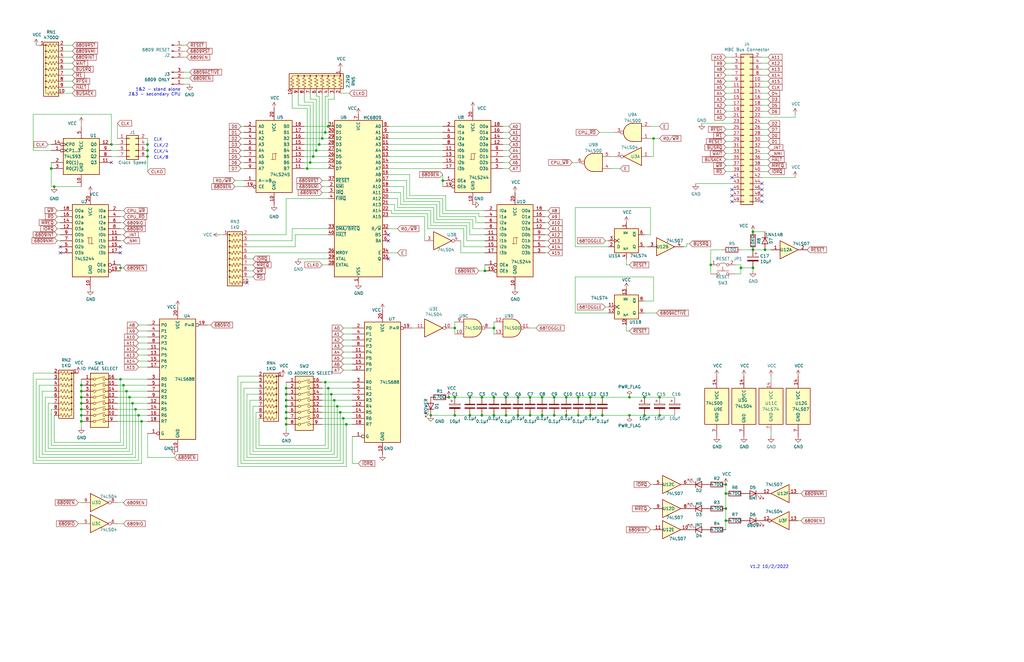
<source format=kicad_sch>
(kicad_sch (version 20211123) (generator eeschema)
  (paper "USLedger")
  (lib_symbols
    (symbol "74xx:74LS00" (pin_names (offset 1.016))
      (property "Reference" "U" (at 0 1.27 0))
      (property "Value" "74LS00" (at 0 -1.27 0))
      (symbol "74LS00_1_1"
        (pin input line (at -7.62 2.54 0) (length 3.81) (name "~") (number "1"))
        (pin input line (at -7.62 -2.54 0) (length 3.81) (name "~") (number "2"))
        (pin output inverted (at 7.62 0 180) (length 3.81) (name "~") (number "3"))
      )
      (symbol "74LS00_1_2"
        (pin input inverted (at -7.62 2.54 0) (length 4.318) (name "~") (number "1"))
        (pin input inverted (at -7.62 -2.54 0) (length 4.318) (name "~") (number "2"))
        (pin output line (at 7.62 0 180) (length 3.81) (name "~") (number "3"))
      )
      (symbol "74LS00_2_1"
        (pin input line (at -7.62 2.54 0) (length 3.81) (name "~") (number "4"))
        (pin input line (at -7.62 -2.54 0) (length 3.81) (name "~") (number "5"))
        (pin output inverted (at 7.62 0 180) (length 3.81) (name "~") (number "6"))
      )
      (symbol "74LS00_2_2"
        (pin input inverted (at -7.62 2.54 0) (length 4.318) (name "~") (number "4"))
        (pin input inverted (at -7.62 -2.54 0) (length 4.318) (name "~") (number "5"))
        (pin output line (at 7.62 0 180) (length 3.81) (name "~") (number "6"))
      )
      (symbol "74LS00_3_1"
        (pin input line (at -7.62 -2.54 0) (length 3.81) (name "~") (number "10"))
        (pin output inverted (at 7.62 0 180) (length 3.81) (name "~") (number "8"))
        (pin input line (at -7.62 2.54 0) (length 3.81) (name "~") (number "9"))
      )
      (symbol "74LS00_3_2"
        (pin input inverted (at -7.62 -2.54 0) (length 4.318) (name "~") (number "10"))
        (pin output line (at 7.62 0 180) (length 3.81) (name "~") (number "8"))
        (pin input inverted (at -7.62 2.54 0) (length 4.318) (name "~") (number "9"))
      )
      (symbol "74LS00_4_1"
        (pin output inverted (at 7.62 0 180) (length 3.81) (name "~") (number "11"))
        (pin input line (at -7.62 2.54 0) (length 3.81) (name "~") (number "12"))
        (pin input line (at -7.62 -2.54 0) (length 3.81) (name "~") (number "13"))
      )
      (symbol "74LS00_4_2"
        (pin output line (at 7.62 0 180) (length 3.81) (name "~") (number "11"))
        (pin input inverted (at -7.62 2.54 0) (length 4.318) (name "~") (number "12"))
        (pin input inverted (at -7.62 -2.54 0) (length 4.318) (name "~") (number "13"))
      )
      (symbol "74LS00_5_0"
        (pin power_in line (at 0 12.7 270) (length 5.08) (name "VCC") (number "14"))
        (pin power_in line (at 0 -12.7 90) (length 5.08) (name "GND") (number "7"))
      )
    )
    (symbol "74xx:74LS04"
      (property "Reference" "U" (at 0 1.27 0))
      (property "Value" "74LS04" (at 0 -1.27 0))
      (symbol "74LS04_1_0"
        (pin input line (at -7.62 0 0) (length 3.81) (name "~") (number "1"))
        (pin output inverted (at 7.62 0 180) (length 3.81) (name "~") (number "2"))
      )
      (symbol "74LS04_2_0"
        (pin input line (at -7.62 0 0) (length 3.81) (name "~") (number "3"))
        (pin output inverted (at 7.62 0 180) (length 3.81) (name "~") (number "4"))
      )
      (symbol "74LS04_3_0"
        (pin input line (at -7.62 0 0) (length 3.81) (name "~") (number "5"))
        (pin output inverted (at 7.62 0 180) (length 3.81) (name "~") (number "6"))
      )
      (symbol "74LS04_4_0"
        (pin output inverted (at 7.62 0 180) (length 3.81) (name "~") (number "8"))
        (pin input line (at -7.62 0 0) (length 3.81) (name "~") (number "9"))
      )
      (symbol "74LS04_5_0"
        (pin output inverted (at 7.62 0 180) (length 3.81) (name "~") (number "10"))
        (pin input line (at -7.62 0 0) (length 3.81) (name "~") (number "11"))
      )
      (symbol "74LS04_6_0"
        (pin output inverted (at 7.62 0 180) (length 3.81) (name "~") (number "12"))
        (pin input line (at -7.62 0 0) (length 3.81) (name "~") (number "13"))
      )
      (symbol "74LS04_7_0"
        (pin power_in line (at 0 12.7 270) (length 5.08) (name "VCC") (number "14"))
        (pin power_in line (at 0 -12.7 90) (length 5.08) (name "GND") (number "7"))
      )
    )
    (symbol "74xx:74LS07" (pin_names (offset 1.016))
      (property "Reference" "U" (at 0 1.27 0))
      (property "Value" "74LS07" (at 0 -1.27 0))
      (symbol "74LS07_1_0"
        (pin input line (at -7.62 0 0) (length 3.81) (name "~") (number "1"))
        (pin open_collector line (at 7.62 0 180) (length 3.81) (name "~") (number "2"))
      )
      (symbol "74LS07_2_0"
        (pin input line (at -7.62 0 0) (length 3.81) (name "~") (number "3"))
        (pin open_collector line (at 7.62 0 180) (length 3.81) (name "~") (number "4"))
      )
      (symbol "74LS07_3_0"
        (pin input line (at -7.62 0 0) (length 3.81) (name "~") (number "5"))
        (pin open_collector line (at 7.62 0 180) (length 3.81) (name "~") (number "6"))
      )
      (symbol "74LS07_4_0"
        (pin open_collector line (at 7.62 0 180) (length 3.81) (name "~") (number "8"))
        (pin input line (at -7.62 0 0) (length 3.81) (name "~") (number "9"))
      )
      (symbol "74LS07_5_0"
        (pin open_collector line (at 7.62 0 180) (length 3.81) (name "~") (number "10"))
        (pin input line (at -7.62 0 0) (length 3.81) (name "~") (number "11"))
      )
      (symbol "74LS07_6_0"
        (pin open_collector line (at 7.62 0 180) (length 3.81) (name "~") (number "12"))
        (pin input line (at -7.62 0 0) (length 3.81) (name "~") (number "13"))
      )
      (symbol "74LS07_7_0"
        (pin power_in line (at 0 12.7 270) (length 5.08) (name "VCC") (number "14"))
        (pin power_in line (at 0 -12.7 90) (length 5.08) (name "GND") (number "7"))
      )
    )
    (symbol "74xx:74LS244" (pin_names (offset 1.016))
      (property "Reference" "U" (at -7.62 16.51 0))
      (property "Value" "74LS244" (at -7.62 -16.51 0))
      (symbol "74LS244_1_0"
        (pin input inverted (at -12.7 -10.16 0) (length 5.08) (name "OEa") (number "1"))
        (pin power_in line (at 0 -20.32 90) (length 5.08) (name "GND") (number "10"))
        (pin input line (at -12.7 2.54 0) (length 5.08) (name "I0b") (number "11"))
        (pin tri_state line (at 12.7 5.08 180) (length 5.08) (name "O3a") (number "12"))
        (pin input line (at -12.7 0 0) (length 5.08) (name "I1b") (number "13"))
        (pin tri_state line (at 12.7 7.62 180) (length 5.08) (name "O2a") (number "14"))
        (pin input line (at -12.7 -2.54 0) (length 5.08) (name "I2b") (number "15"))
        (pin tri_state line (at 12.7 10.16 180) (length 5.08) (name "O1a") (number "16"))
        (pin input line (at -12.7 -5.08 0) (length 5.08) (name "I3b") (number "17"))
        (pin tri_state line (at 12.7 12.7 180) (length 5.08) (name "O0a") (number "18"))
        (pin input inverted (at -12.7 -12.7 0) (length 5.08) (name "OEb") (number "19"))
        (pin input line (at -12.7 12.7 0) (length 5.08) (name "I0a") (number "2"))
        (pin power_in line (at 0 20.32 270) (length 5.08) (name "VCC") (number "20"))
        (pin tri_state line (at 12.7 -5.08 180) (length 5.08) (name "O3b") (number "3"))
        (pin input line (at -12.7 10.16 0) (length 5.08) (name "I1a") (number "4"))
        (pin tri_state line (at 12.7 -2.54 180) (length 5.08) (name "O2b") (number "5"))
        (pin input line (at -12.7 7.62 0) (length 5.08) (name "I2a") (number "6"))
        (pin tri_state line (at 12.7 0 180) (length 5.08) (name "O1b") (number "7"))
        (pin input line (at -12.7 5.08 0) (length 5.08) (name "I3a") (number "8"))
        (pin tri_state line (at 12.7 2.54 180) (length 5.08) (name "O0b") (number "9"))
      )
    )
    (symbol "74xx:74LS245" (pin_names (offset 1.016))
      (property "Reference" "U" (at -7.62 16.51 0))
      (property "Value" "74LS245" (at -7.62 -16.51 0))
      (symbol "74LS245_1_0"
        (pin input line (at -12.7 -10.16 0) (length 5.08) (name "A->B") (number "1"))
        (pin power_in line (at 0 -20.32 90) (length 5.08) (name "GND") (number "10"))
        (pin tri_state line (at 12.7 -5.08 180) (length 5.08) (name "B7") (number "11"))
        (pin tri_state line (at 12.7 -2.54 180) (length 5.08) (name "B6") (number "12"))
        (pin tri_state line (at 12.7 0 180) (length 5.08) (name "B5") (number "13"))
        (pin tri_state line (at 12.7 2.54 180) (length 5.08) (name "B4") (number "14"))
        (pin tri_state line (at 12.7 5.08 180) (length 5.08) (name "B3") (number "15"))
        (pin tri_state line (at 12.7 7.62 180) (length 5.08) (name "B2") (number "16"))
        (pin tri_state line (at 12.7 10.16 180) (length 5.08) (name "B1") (number "17"))
        (pin tri_state line (at 12.7 12.7 180) (length 5.08) (name "B0") (number "18"))
        (pin input inverted (at -12.7 -12.7 0) (length 5.08) (name "CE") (number "19"))
        (pin tri_state line (at -12.7 12.7 0) (length 5.08) (name "A0") (number "2"))
        (pin power_in line (at 0 20.32 270) (length 5.08) (name "VCC") (number "20"))
        (pin tri_state line (at -12.7 10.16 0) (length 5.08) (name "A1") (number "3"))
        (pin tri_state line (at -12.7 7.62 0) (length 5.08) (name "A2") (number "4"))
        (pin tri_state line (at -12.7 5.08 0) (length 5.08) (name "A3") (number "5"))
        (pin tri_state line (at -12.7 2.54 0) (length 5.08) (name "A4") (number "6"))
        (pin tri_state line (at -12.7 0 0) (length 5.08) (name "A5") (number "7"))
        (pin tri_state line (at -12.7 -2.54 0) (length 5.08) (name "A6") (number "8"))
        (pin tri_state line (at -12.7 -5.08 0) (length 5.08) (name "A7") (number "9"))
      )
    )
    (symbol "74xx:74LS688"
      (property "Reference" "U" (at -7.62 26.67 0))
      (property "Value" "74LS688" (at -7.62 -26.67 0))
      (symbol "74LS688_1_0"
        (pin input inverted (at -12.7 -22.86 0) (length 5.08) (name "G") (number "1"))
        (pin power_in line (at 0 -30.48 90) (length 5.08) (name "GND") (number "10"))
        (pin input line (at -12.7 12.7 0) (length 5.08) (name "P4") (number "11"))
        (pin input line (at -12.7 -10.16 0) (length 5.08) (name "R4") (number "12"))
        (pin input line (at -12.7 10.16 0) (length 5.08) (name "P5") (number "13"))
        (pin input line (at -12.7 -12.7 0) (length 5.08) (name "R5") (number "14"))
        (pin input line (at -12.7 7.62 0) (length 5.08) (name "P6") (number "15"))
        (pin input line (at -12.7 -15.24 0) (length 5.08) (name "R6") (number "16"))
        (pin input line (at -12.7 5.08 0) (length 5.08) (name "P7") (number "17"))
        (pin input line (at -12.7 -17.78 0) (length 5.08) (name "R7") (number "18"))
        (pin output inverted (at 12.7 22.86 180) (length 5.08) (name "P=R") (number "19"))
        (pin input line (at -12.7 22.86 0) (length 5.08) (name "P0") (number "2"))
        (pin power_in line (at 0 30.48 270) (length 5.08) (name "VCC") (number "20"))
        (pin input line (at -12.7 0 0) (length 5.08) (name "R0") (number "3"))
        (pin input line (at -12.7 20.32 0) (length 5.08) (name "P1") (number "4"))
        (pin input line (at -12.7 -2.54 0) (length 5.08) (name "R1") (number "5"))
        (pin input line (at -12.7 17.78 0) (length 5.08) (name "P2") (number "6"))
        (pin input line (at -12.7 -5.08 0) (length 5.08) (name "R2") (number "7"))
        (pin input line (at -12.7 15.24 0) (length 5.08) (name "P3") (number "8"))
        (pin input line (at -12.7 -7.62 0) (length 5.08) (name "R3") (number "9"))
      )
    )
    (symbol "74xx:74LS74" (pin_names (offset 1.016))
      (property "Reference" "U" (at -7.62 8.89 0))
      (property "Value" "74LS74" (at -7.62 -8.89 0))
      (symbol "74LS74_1_0"
        (pin input line (at 0 -7.62 90) (length 2.54) (name "~{R}") (number "1"))
        (pin input line (at -7.62 2.54 0) (length 2.54) (name "D") (number "2"))
        (pin input clock (at -7.62 0 0) (length 2.54) (name "C") (number "3"))
        (pin input line (at 0 7.62 270) (length 2.54) (name "~{S}") (number "4"))
        (pin output line (at 7.62 2.54 180) (length 2.54) (name "Q") (number "5"))
        (pin output line (at 7.62 -2.54 180) (length 2.54) (name "~{Q}") (number "6"))
      )
      (symbol "74LS74_2_0"
        (pin input line (at 0 7.62 270) (length 2.54) (name "~{S}") (number "10"))
        (pin input clock (at -7.62 0 0) (length 2.54) (name "C") (number "11"))
        (pin input line (at -7.62 2.54 0) (length 2.54) (name "D") (number "12"))
        (pin input line (at 0 -7.62 90) (length 2.54) (name "~{R}") (number "13"))
        (pin output line (at 7.62 -2.54 180) (length 2.54) (name "~{Q}") (number "8"))
        (pin output line (at 7.62 2.54 180) (length 2.54) (name "Q") (number "9"))
      )
      (symbol "74LS74_3_0"
        (pin power_in line (at 0 10.16 270) (length 2.54) (name "VCC") (number "14"))
        (pin power_in line (at 0 -10.16 90) (length 2.54) (name "GND") (number "7"))
      )
    )
    (symbol "74xx:74LS93" (pin_names (offset 1.016))
      (property "Reference" "U" (at -7.62 8.89 0))
      (property "Value" "74LS93" (at -7.62 -8.89 0))
      (symbol "74LS93_1_0"
        (pin input inverted_clock (at -12.7 2.54 0) (length 5.08) (name "CP1..3") (number "1"))
        (pin power_in line (at 0 -12.7 90) (length 5.08) (name "GND") (number "10"))
        (pin output line (at 12.7 -2.54 180) (length 5.08) (name "Q3") (number "11"))
        (pin output line (at 12.7 5.08 180) (length 5.08) (name "Q0") (number "12"))
        (pin input inverted_clock (at -12.7 5.08 0) (length 5.08) (name "CP0") (number "14"))
        (pin input line (at -12.7 -2.54 0) (length 5.08) (name "R0(1)") (number "2"))
        (pin input line (at -12.7 -5.08 0) (length 5.08) (name "R0(2)") (number "3"))
        (pin power_in line (at 0 12.7 270) (length 5.08) (name "VCC") (number "5"))
        (pin output line (at 12.7 0 180) (length 5.08) (name "Q2") (number "8"))
        (pin output line (at 12.7 2.54 180) (length 5.08) (name "Q1") (number "9"))
      )
    )
    (symbol "CPU_NXP_6800:MC6809"
      (property "Reference" "U" (at -7.62 34.29 0))
      (property "Value" "MC6809" (at 10.16 34.29 0))
      (symbol "MC6809_1_1"
        (pin power_in line (at 0 -35.56 90) (length 2.54) (name "VSS") (number "1"))
        (pin output line (at 12.7 25.4 180) (length 2.54) (name "A2") (number "10"))
        (pin output line (at 12.7 22.86 180) (length 2.54) (name "A3") (number "11"))
        (pin output line (at 12.7 20.32 180) (length 2.54) (name "A4") (number "12"))
        (pin output line (at 12.7 17.78 180) (length 2.54) (name "A5") (number "13"))
        (pin output line (at 12.7 15.24 180) (length 2.54) (name "A6") (number "14"))
        (pin output line (at 12.7 12.7 180) (length 2.54) (name "A7") (number "15"))
        (pin output line (at 12.7 10.16 180) (length 2.54) (name "A8") (number "16"))
        (pin output line (at 12.7 7.62 180) (length 2.54) (name "A9") (number "17"))
        (pin output line (at 12.7 5.08 180) (length 2.54) (name "A10") (number "18"))
        (pin output line (at 12.7 2.54 180) (length 2.54) (name "A11") (number "19"))
        (pin input line (at -12.7 5.08 0) (length 2.54) (name "~{NMI}") (number "2"))
        (pin output line (at 12.7 0 180) (length 2.54) (name "A12") (number "20"))
        (pin output line (at 12.7 -2.54 180) (length 2.54) (name "A13") (number "21"))
        (pin output line (at 12.7 -5.08 180) (length 2.54) (name "A14") (number "22"))
        (pin output line (at 12.7 -7.62 180) (length 2.54) (name "A15") (number "23"))
        (pin bidirectional line (at -12.7 12.7 0) (length 2.54) (name "D7") (number "24"))
        (pin bidirectional line (at -12.7 15.24 0) (length 2.54) (name "D6") (number "25"))
        (pin bidirectional line (at -12.7 17.78 0) (length 2.54) (name "D5") (number "26"))
        (pin bidirectional line (at -12.7 20.32 0) (length 2.54) (name "D4") (number "27"))
        (pin bidirectional line (at -12.7 22.86 0) (length 2.54) (name "D3") (number "28"))
        (pin bidirectional line (at -12.7 25.4 0) (length 2.54) (name "D2") (number "29"))
        (pin input line (at -12.7 2.54 0) (length 2.54) (name "~{IRQ}") (number "3"))
        (pin bidirectional line (at -12.7 27.94 0) (length 2.54) (name "D1") (number "30"))
        (pin bidirectional line (at -12.7 30.48 0) (length 2.54) (name "D0") (number "31"))
        (pin output line (at 12.7 -12.7 180) (length 2.54) (name "R/~{W}") (number "32"))
        (pin input line (at -12.7 -12.7 0) (length 2.54) (name "~{DMA/BREQ}") (number "33"))
        (pin output line (at 12.7 -22.86 180) (length 2.54) (name "E") (number "34"))
        (pin output line (at 12.7 -25.4 180) (length 2.54) (name "Q") (number "35"))
        (pin input line (at -12.7 -22.86 0) (length 2.54) (name "MRDY") (number "36"))
        (pin input line (at -12.7 7.62 0) (length 2.54) (name "~{RESET}") (number "37"))
        (pin input line (at -12.7 -27.94 0) (length 2.54) (name "EXTAL") (number "38"))
        (pin input line (at -12.7 -25.4 0) (length 2.54) (name "XTAL") (number "39"))
        (pin input line (at -12.7 0 0) (length 2.54) (name "~{FIRQ}") (number "4"))
        (pin input line (at -12.7 -15.24 0) (length 2.54) (name "~{HALT}") (number "40"))
        (pin output line (at 12.7 -15.24 180) (length 2.54) (name "BS") (number "5"))
        (pin output line (at 12.7 -17.78 180) (length 2.54) (name "BA") (number "6"))
        (pin power_in line (at 0 35.56 270) (length 2.54) (name "VCC") (number "7"))
        (pin output line (at 12.7 30.48 180) (length 2.54) (name "A0") (number "8"))
        (pin output line (at 12.7 27.94 180) (length 2.54) (name "A1") (number "9"))
      )
    )
    (symbol "Connector:Conn_01x03_Male" (pin_names (offset 1.016) hide)
      (property "Reference" "J" (at 0 5.08 0))
      (property "Value" "Conn_01x03_Male" (at 0 -5.08 0))
      (symbol "Conn_01x03_Male_1_1"
        (pin passive line (at 5.08 2.54 180) (length 3.81) (name "Pin_1") (number "1"))
        (pin passive line (at 5.08 0 180) (length 3.81) (name "Pin_2") (number "2"))
        (pin passive line (at 5.08 -2.54 180) (length 3.81) (name "Pin_3") (number "3"))
      )
    )
    (symbol "Connector_Generic:Conn_02x04_Odd_Even" (pin_names (offset 1.016) hide)
      (property "Reference" "J" (at 1.27 5.08 0))
      (property "Value" "Conn_02x04_Odd_Even" (at 1.27 -7.62 0))
      (symbol "Conn_02x04_Odd_Even_1_1"
        (pin passive line (at -5.08 2.54 0) (length 3.81) (name "Pin_1") (number "1"))
        (pin passive line (at 7.62 2.54 180) (length 3.81) (name "Pin_2") (number "2"))
        (pin passive line (at -5.08 0 0) (length 3.81) (name "Pin_3") (number "3"))
        (pin passive line (at 7.62 0 180) (length 3.81) (name "Pin_4") (number "4"))
        (pin passive line (at -5.08 -2.54 0) (length 3.81) (name "Pin_5") (number "5"))
        (pin passive line (at 7.62 -2.54 180) (length 3.81) (name "Pin_6") (number "6"))
        (pin passive line (at -5.08 -5.08 0) (length 3.81) (name "Pin_7") (number "7"))
        (pin passive line (at 7.62 -5.08 180) (length 3.81) (name "Pin_8") (number "8"))
      )
    )
    (symbol "Connector_Generic:Conn_02x25_Odd_Even" (pin_names (offset 1.016) hide)
      (property "Reference" "J" (at 1.27 33.02 0))
      (property "Value" "Conn_02x25_Odd_Even" (at 1.27 -33.02 0))
      (symbol "Conn_02x25_Odd_Even_1_1"
        (pin passive line (at -5.08 30.48 0) (length 3.81) (name "Pin_1") (number "1"))
        (pin passive line (at 7.62 20.32 180) (length 3.81) (name "Pin_10") (number "10"))
        (pin passive line (at -5.08 17.78 0) (length 3.81) (name "Pin_11") (number "11"))
        (pin passive line (at 7.62 17.78 180) (length 3.81) (name "Pin_12") (number "12"))
        (pin passive line (at -5.08 15.24 0) (length 3.81) (name "Pin_13") (number "13"))
        (pin passive line (at 7.62 15.24 180) (length 3.81) (name "Pin_14") (number "14"))
        (pin passive line (at -5.08 12.7 0) (length 3.81) (name "Pin_15") (number "15"))
        (pin passive line (at 7.62 12.7 180) (length 3.81) (name "Pin_16") (number "16"))
        (pin passive line (at -5.08 10.16 0) (length 3.81) (name "Pin_17") (number "17"))
        (pin passive line (at 7.62 10.16 180) (length 3.81) (name "Pin_18") (number "18"))
        (pin passive line (at -5.08 7.62 0) (length 3.81) (name "Pin_19") (number "19"))
        (pin passive line (at 7.62 30.48 180) (length 3.81) (name "Pin_2") (number "2"))
        (pin passive line (at 7.62 7.62 180) (length 3.81) (name "Pin_20") (number "20"))
        (pin passive line (at -5.08 5.08 0) (length 3.81) (name "Pin_21") (number "21"))
        (pin passive line (at 7.62 5.08 180) (length 3.81) (name "Pin_22") (number "22"))
        (pin passive line (at -5.08 2.54 0) (length 3.81) (name "Pin_23") (number "23"))
        (pin passive line (at 7.62 2.54 180) (length 3.81) (name "Pin_24") (number "24"))
        (pin passive line (at -5.08 0 0) (length 3.81) (name "Pin_25") (number "25"))
        (pin passive line (at 7.62 0 180) (length 3.81) (name "Pin_26") (number "26"))
        (pin passive line (at -5.08 -2.54 0) (length 3.81) (name "Pin_27") (number "27"))
        (pin passive line (at 7.62 -2.54 180) (length 3.81) (name "Pin_28") (number "28"))
        (pin passive line (at -5.08 -5.08 0) (length 3.81) (name "Pin_29") (number "29"))
        (pin passive line (at -5.08 27.94 0) (length 3.81) (name "Pin_3") (number "3"))
        (pin passive line (at 7.62 -5.08 180) (length 3.81) (name "Pin_30") (number "30"))
        (pin passive line (at -5.08 -7.62 0) (length 3.81) (name "Pin_31") (number "31"))
        (pin passive line (at 7.62 -7.62 180) (length 3.81) (name "Pin_32") (number "32"))
        (pin passive line (at -5.08 -10.16 0) (length 3.81) (name "Pin_33") (number "33"))
        (pin passive line (at 7.62 -10.16 180) (length 3.81) (name "Pin_34") (number "34"))
        (pin passive line (at -5.08 -12.7 0) (length 3.81) (name "Pin_35") (number "35"))
        (pin passive line (at 7.62 -12.7 180) (length 3.81) (name "Pin_36") (number "36"))
        (pin passive line (at -5.08 -15.24 0) (length 3.81) (name "Pin_37") (number "37"))
        (pin passive line (at 7.62 -15.24 180) (length 3.81) (name "Pin_38") (number "38"))
        (pin passive line (at -5.08 -17.78 0) (length 3.81) (name "Pin_39") (number "39"))
        (pin passive line (at 7.62 27.94 180) (length 3.81) (name "Pin_4") (number "4"))
        (pin passive line (at 7.62 -17.78 180) (length 3.81) (name "Pin_40") (number "40"))
        (pin passive line (at -5.08 -20.32 0) (length 3.81) (name "Pin_41") (number "41"))
        (pin passive line (at 7.62 -20.32 180) (length 3.81) (name "Pin_42") (number "42"))
        (pin passive line (at -5.08 -22.86 0) (length 3.81) (name "Pin_43") (number "43"))
        (pin passive line (at 7.62 -22.86 180) (length 3.81) (name "Pin_44") (number "44"))
        (pin passive line (at -5.08 -25.4 0) (length 3.81) (name "Pin_45") (number "45"))
        (pin passive line (at 7.62 -25.4 180) (length 3.81) (name "Pin_46") (number "46"))
        (pin passive line (at -5.08 -27.94 0) (length 3.81) (name "Pin_47") (number "47"))
        (pin passive line (at 7.62 -27.94 180) (length 3.81) (name "Pin_48") (number "48"))
        (pin passive line (at -5.08 -30.48 0) (length 3.81) (name "Pin_49") (number "49"))
        (pin passive line (at -5.08 25.4 0) (length 3.81) (name "Pin_5") (number "5"))
        (pin passive line (at 7.62 -30.48 180) (length 3.81) (name "Pin_50") (number "50"))
        (pin passive line (at 7.62 25.4 180) (length 3.81) (name "Pin_6") (number "6"))
        (pin passive line (at -5.08 22.86 0) (length 3.81) (name "Pin_7") (number "7"))
        (pin passive line (at 7.62 22.86 180) (length 3.81) (name "Pin_8") (number "8"))
        (pin passive line (at -5.08 20.32 0) (length 3.81) (name "Pin_9") (number "9"))
      )
    )
    (symbol "Device:C" (pin_numbers hide) (pin_names (offset 0.254))
      (property "Reference" "C" (at 0.635 2.54 0))
      (property "Value" "C" (at 0.635 -2.54 0))
      (symbol "C_1_1"
        (pin passive line (at 0 3.81 270) (length 2.794) (name "~") (number "1"))
        (pin passive line (at 0 -3.81 90) (length 2.794) (name "~") (number "2"))
      )
    )
    (symbol "Device:C_Polarized" (pin_numbers hide) (pin_names (offset 0.254))
      (property "Reference" "C" (at 0.635 2.54 0))
      (property "Value" "C_Polarized" (at 0.635 -2.54 0))
      (symbol "C_Polarized_1_1"
        (pin passive line (at 0 3.81 270) (length 2.794) (name "~") (number "1"))
        (pin passive line (at 0 -3.81 90) (length 2.794) (name "~") (number "2"))
      )
    )
    (symbol "Device:D" (pin_numbers hide) (pin_names (offset 1.016) hide)
      (property "Reference" "D" (at 0 2.54 0))
      (property "Value" "D" (at 0 -2.54 0))
      (symbol "D_1_1"
        (pin passive line (at -3.81 0 0) (length 2.54) (name "K") (number "1"))
        (pin passive line (at 3.81 0 180) (length 2.54) (name "A") (number "2"))
      )
    )
    (symbol "Device:LED" (pin_numbers hide) (pin_names (offset 1.016) hide)
      (property "Reference" "D" (at 0 2.54 0))
      (property "Value" "LED" (at 0 -2.54 0))
      (symbol "LED_1_1"
        (pin passive line (at -3.81 0 0) (length 2.54) (name "K") (number "1"))
        (pin passive line (at 3.81 0 180) (length 2.54) (name "A") (number "2"))
      )
    )
    (symbol "Device:R" (pin_numbers hide) (pin_names (offset 0))
      (property "Reference" "R" (at 2.032 0 90))
      (property "Value" "R" (at 0 0 90))
      (symbol "R_1_1"
        (pin passive line (at 0 3.81 270) (length 1.27) (name "~") (number "1"))
        (pin passive line (at 0 -3.81 90) (length 1.27) (name "~") (number "2"))
      )
    )
    (symbol "Device:R_Network08_US" (pin_names (offset 0) hide)
      (property "Reference" "RN" (at -12.7 0 90))
      (property "Value" "R_Network08_US" (at 10.16 0 90))
      (symbol "R_Network08_US_1_1"
        (pin passive line (at -10.16 5.08 270) (length 2.54) (name "common") (number "1"))
        (pin passive line (at -10.16 -5.08 90) (length 1.27) (name "R1") (number "2"))
        (pin passive line (at -7.62 -5.08 90) (length 1.27) (name "R2") (number "3"))
        (pin passive line (at -5.08 -5.08 90) (length 1.27) (name "R3") (number "4"))
        (pin passive line (at -2.54 -5.08 90) (length 1.27) (name "R4") (number "5"))
        (pin passive line (at 0 -5.08 90) (length 1.27) (name "R5") (number "6"))
        (pin passive line (at 2.54 -5.08 90) (length 1.27) (name "R6") (number "7"))
        (pin passive line (at 5.08 -5.08 90) (length 1.27) (name "R7") (number "8"))
        (pin passive line (at 7.62 -5.08 90) (length 1.27) (name "R8") (number "9"))
      )
    )
    (symbol "Device:R_Network09_US" (pin_names (offset 0) hide)
      (property "Reference" "RN" (at -12.7 0 90))
      (property "Value" "R_Network09_US" (at 12.7 0 90))
      (symbol "R_Network09_US_1_1"
        (pin passive line (at -10.16 5.08 270) (length 2.54) (name "common") (number "1"))
        (pin passive line (at 10.16 -5.08 90) (length 1.27) (name "R9") (number "10"))
        (pin passive line (at -10.16 -5.08 90) (length 1.27) (name "R1") (number "2"))
        (pin passive line (at -7.62 -5.08 90) (length 1.27) (name "R2") (number "3"))
        (pin passive line (at -5.08 -5.08 90) (length 1.27) (name "R3") (number "4"))
        (pin passive line (at -2.54 -5.08 90) (length 1.27) (name "R4") (number "5"))
        (pin passive line (at 0 -5.08 90) (length 1.27) (name "R5") (number "6"))
        (pin passive line (at 2.54 -5.08 90) (length 1.27) (name "R6") (number "7"))
        (pin passive line (at 5.08 -5.08 90) (length 1.27) (name "R7") (number "8"))
        (pin passive line (at 7.62 -5.08 90) (length 1.27) (name "R8") (number "9"))
      )
    )
    (symbol "Jumper:Jumper_2_Bridged" (pin_names (offset 0) hide)
      (property "Reference" "JP" (at 0 1.905 0))
      (property "Value" "Jumper_2_Bridged" (at 0 -2.54 0))
      (symbol "Jumper_2_Bridged_1_1"
        (pin passive line (at -5.08 0 0) (length 2.54) (name "A") (number "1"))
        (pin passive line (at 5.08 0 180) (length 2.54) (name "B") (number "2"))
      )
    )
    (symbol "Switch:SW_DIP_x08" (pin_names (offset 0) hide)
      (property "Reference" "SW" (at 0 13.97 0))
      (property "Value" "SW_DIP_x08" (at 0 -11.43 0))
      (symbol "SW_DIP_x08_1_1"
        (pin passive line (at -7.62 10.16 0) (length 5.08) (name "~") (number "1"))
        (pin passive line (at 7.62 -5.08 180) (length 5.08) (name "~") (number "10"))
        (pin passive line (at 7.62 -2.54 180) (length 5.08) (name "~") (number "11"))
        (pin passive line (at 7.62 0 180) (length 5.08) (name "~") (number "12"))
        (pin passive line (at 7.62 2.54 180) (length 5.08) (name "~") (number "13"))
        (pin passive line (at 7.62 5.08 180) (length 5.08) (name "~") (number "14"))
        (pin passive line (at 7.62 7.62 180) (length 5.08) (name "~") (number "15"))
        (pin passive line (at 7.62 10.16 180) (length 5.08) (name "~") (number "16"))
        (pin passive line (at -7.62 7.62 0) (length 5.08) (name "~") (number "2"))
        (pin passive line (at -7.62 5.08 0) (length 5.08) (name "~") (number "3"))
        (pin passive line (at -7.62 2.54 0) (length 5.08) (name "~") (number "4"))
        (pin passive line (at -7.62 0 0) (length 5.08) (name "~") (number "5"))
        (pin passive line (at -7.62 -2.54 0) (length 5.08) (name "~") (number "6"))
        (pin passive line (at -7.62 -5.08 0) (length 5.08) (name "~") (number "7"))
        (pin passive line (at -7.62 -7.62 0) (length 5.08) (name "~") (number "8"))
        (pin passive line (at 7.62 -7.62 180) (length 5.08) (name "~") (number "9"))
      )
    )
    (symbol "Switch:SW_Push" (pin_numbers hide) (pin_names (offset 1.016) hide)
      (property "Reference" "SW" (at 1.27 2.54 0))
      (property "Value" "SW_Push" (at 0 -1.524 0))
      (symbol "SW_Push_0_1"
        (pin passive line (at -5.08 0 0) (length 2.54) (name "1") (number "1"))
        (pin passive line (at 5.08 0 180) (length 2.54) (name "2") (number "2"))
      )
    )
    (symbol "power:GND" (power) (pin_names (offset 0))
      (property "Value" "GND" (at 0 -3.81 0))
      (symbol "GND_1_1"
        (pin power_in line (at 0 0 270) (length 0) hide (name "GND") (number "1"))
      )
    )
    (symbol "power:PWR_FLAG" (power) (pin_numbers hide) (pin_names (offset 0) hide)
      (property "Value" "PWR_FLAG" (at 0 3.81 0))
      (symbol "PWR_FLAG_0_0"
        (pin power_out line (at 0 0 90) (length 0) (name "pwr") (number "1"))
      )
    )
    (symbol "power:VCC" (power) (pin_names (offset 0))
      (property "Value" "VCC" (at 0 3.81 0))
      (symbol "VCC_1_1"
        (pin power_in line (at 0 0 90) (length 0) hide (name "VCC") (number "1"))
      )
    )
  )
  (junction (at 140.97 168.91))
  (junction (at 59.69 177.8))
  (junction (at 278.13 175.26))
  (junction (at 120.65 163.83))
  (junction (at 55.88 170.18))
  (junction (at 208.28 138.43))
  (junction (at 62.23 63.5))
  (junction (at 213.36 167.64))
  (junction (at 218.44 167.64))
  (junction (at 22.86 78.74))
  (junction (at 233.68 167.64))
  (junction (at 208.28 167.64))
  (junction (at 322.58 105.41))
  (junction (at 198.12 167.64))
  (junction (at 34.29 167.64))
  (junction (at 120.65 166.37))
  (junction (at 278.13 167.64))
  (junction (at 312.42 113.03))
  (junction (at 120.65 171.45))
  (junction (at 191.77 167.64))
  (junction (at 142.24 171.45))
  (junction (at 137.16 161.29))
  (junction (at 50.8 160.02))
  (junction (at 133.35 63.5))
  (junction (at 129.54 71.12))
  (junction (at 138.43 163.83))
  (junction (at 181.61 175.26))
  (junction (at 238.76 175.26))
  (junction (at 254 167.64))
  (junction (at 57.15 172.72))
  (junction (at 265.43 175.26))
  (junction (at 34.29 162.56))
  (junction (at 191.77 175.26))
  (junction (at 21.59 71.12))
  (junction (at 143.51 173.99))
  (junction (at 243.84 175.26))
  (junction (at 271.78 175.26))
  (junction (at 135.89 58.42))
  (junction (at 306.07 208.28))
  (junction (at 254 175.26))
  (junction (at 191.77 138.43))
  (junction (at 306.07 219.71))
  (junction (at 34.29 175.26))
  (junction (at 233.68 175.26))
  (junction (at 58.42 175.26))
  (junction (at 203.2 175.26))
  (junction (at 53.34 165.1))
  (junction (at 34.29 177.8))
  (junction (at 306.07 214.63))
  (junction (at 228.6 167.64))
  (junction (at 34.29 170.18))
  (junction (at 275.59 58.42))
  (junction (at 139.7 166.37))
  (junction (at 137.16 55.88))
  (junction (at 62.23 66.04))
  (junction (at 223.52 167.64))
  (junction (at 265.43 167.64))
  (junction (at 120.65 176.53))
  (junction (at 52.07 162.56))
  (junction (at 186.69 76.2))
  (junction (at 208.28 175.26))
  (junction (at 146.05 179.07))
  (junction (at 271.78 167.64))
  (junction (at 317.5 105.41))
  (junction (at 223.52 175.26))
  (junction (at 317.5 113.03))
  (junction (at 243.84 167.64))
  (junction (at 62.23 60.96))
  (junction (at 134.62 60.96))
  (junction (at 34.29 165.1))
  (junction (at 34.29 172.72))
  (junction (at 228.6 175.26))
  (junction (at 54.61 167.64))
  (junction (at 189.23 167.64))
  (junction (at 120.65 179.07))
  (junction (at 213.36 175.26))
  (junction (at 130.81 68.58))
  (junction (at 132.08 66.04))
  (junction (at 248.92 167.64))
  (junction (at 317.5 97.79))
  (junction (at 198.12 175.26))
  (junction (at 120.65 168.91))
  (junction (at 138.43 53.34))
  (junction (at 306.07 204.47))
  (junction (at 238.76 167.64))
  (junction (at 218.44 175.26))
  (junction (at 299.72 111.76))
  (junction (at 248.92 175.26))
  (junction (at 50.8 113.03))
  (junction (at 144.78 176.53))
  (junction (at 120.65 173.99))
  (junction (at 204.47 114.3))
  (junction (at 46.99 60.96))
  (junction (at 203.2 167.64))
  (no_connect (at 321.31 80.01))
  (no_connect (at 308.61 80.01))
  (no_connect (at 308.61 74.93))
  (no_connect (at 321.31 77.47))
  (no_connect (at 25.4 104.14))
  (no_connect (at 50.8 104.14))
  (no_connect (at 308.61 82.55))
  (no_connect (at 104.14 119.38))
  (no_connect (at 321.31 85.09))
  (no_connect (at 46.99 68.58))
  (no_connect (at 163.83 99.06))
  (no_connect (at 163.83 101.6))
  (no_connect (at 163.83 109.22))
  (no_connect (at 50.8 106.68))
  (no_connect (at 321.31 82.55))
  (no_connect (at 25.4 106.68))
  (no_connect (at 308.61 85.09))
  (wire (pts (xy 195.58 96.52) (xy 195.58 104.14)))
  (wire (pts (xy 163.83 91.44) (xy 179.07 91.44)))
  (wire (pts (xy 102.87 53.34) (xy 101.6 53.34)))
  (wire (pts (xy 80.01 35.56) (xy 77.47 35.56)))
  (wire (pts (xy 229.87 101.6) (xy 231.14 101.6)))
  (wire (pts (xy 137.16 55.88) (xy 138.43 55.88)))
  (wire (pts (xy 321.31 46.99) (xy 323.85 46.99)))
  (wire (pts (xy 50.8 101.6) (xy 52.07 101.6)))
  (wire (pts (xy 228.6 167.64) (xy 233.68 167.64)))
  (wire (pts (xy 278.13 175.26) (xy 284.48 175.26)))
  (wire (pts (xy 120.65 166.37) (xy 120.65 168.91)))
  (wire (pts (xy 34.29 172.72) (xy 34.29 175.26)))
  (wire (pts (xy 186.69 76.2) (xy 186.69 78.74)))
  (wire (pts (xy 124.46 104.14) (xy 104.14 104.14)))
  (wire (pts (xy 49.53 160.02) (xy 50.8 160.02)))
  (wire (pts (xy 218.44 175.26) (xy 223.52 175.26)))
  (wire (pts (xy 213.36 167.64) (xy 218.44 167.64)))
  (wire (pts (xy 173.99 138.43) (xy 175.26 138.43)))
  (wire (pts (xy 289.56 102.87) (xy 290.83 102.87)))
  (wire (pts (xy 128.27 66.04) (xy 132.08 66.04)))
  (wire (pts (xy 128.27 39.37) (xy 128.27 43.18)))
  (wire (pts (xy 308.61 62.23) (xy 306.07 62.23)))
  (wire (pts (xy 120.65 83.82) (xy 120.65 99.06)))
  (wire (pts (xy 135.89 78.74) (xy 138.43 78.74)))
  (wire (pts (xy 104.14 111.76) (xy 106.68 111.76)))
  (wire (pts (xy 24.13 91.44) (xy 25.4 91.44)))
  (wire (pts (xy 13.97 157.48) (xy 22.86 157.48)))
  (wire (pts (xy 102.87 76.2) (xy 99.06 76.2)))
  (wire (pts (xy 274.32 214.63) (xy 275.59 214.63)))
  (wire (pts (xy 55.88 170.18) (xy 62.23 170.18)))
  (wire (pts (xy 137.16 161.29) (xy 137.16 187.96)))
  (wire (pts (xy 163.83 88.9) (xy 165.1 88.9)))
  (wire (pts (xy 191.77 138.43) (xy 191.77 140.97)))
  (wire (pts (xy 16.51 19.05) (xy 15.24 19.05)))
  (wire (pts (xy 17.78 191.77) (xy 55.88 191.77)))
  (wire (pts (xy 146.05 179.07) (xy 148.59 179.07)))
  (wire (pts (xy 57.15 193.04) (xy 16.51 193.04)))
  (wire (pts (xy 308.61 44.45) (xy 306.07 44.45)))
  (wire (pts (xy 62.23 182.88) (xy 62.23 193.04)))
  (wire (pts (xy 308.61 69.85) (xy 306.07 69.85)))
  (wire (pts (xy 17.78 165.1) (xy 17.78 191.77)))
  (wire (pts (xy 33.02 220.98) (xy 34.29 220.98)))
  (wire (pts (xy 321.31 72.39) (xy 323.85 72.39)))
  (wire (pts (xy 208.28 138.43) (xy 208.28 140.97)))
  (wire (pts (xy 128.27 53.34) (xy 138.43 53.34)))
  (wire (pts (xy 241.3 68.58) (xy 242.57 68.58)))
  (wire (pts (xy 289.56 104.14) (xy 289.56 102.87)))
  (wire (pts (xy 132.08 43.18) (xy 132.08 66.04)))
  (wire (pts (xy 104.14 101.6) (xy 123.19 101.6)))
  (wire (pts (xy 180.34 96.52) (xy 180.34 90.17)))
  (wire (pts (xy 212.09 58.42) (xy 214.63 58.42)))
  (wire (pts (xy 120.65 179.07) (xy 120.65 181.61)))
  (wire (pts (xy 46.99 48.26) (xy 13.97 48.26)))
  (wire (pts (xy 321.31 67.31) (xy 323.85 67.31)))
  (wire (pts (xy 107.95 173.99) (xy 109.22 173.99)))
  (wire (pts (xy 308.61 49.53) (xy 306.07 49.53)))
  (wire (pts (xy 62.23 139.7) (xy 58.42 139.7)))
  (wire (pts (xy 104.14 109.22) (xy 106.68 109.22)))
  (wire (pts (xy 308.61 24.13) (xy 306.07 24.13)))
  (wire (pts (xy 264.16 109.22) (xy 264.16 111.76)))
  (wire (pts (xy 308.61 72.39) (xy 306.07 72.39)))
  (wire (pts (xy 135.89 76.2) (xy 138.43 76.2)))
  (wire (pts (xy 144.78 176.53) (xy 144.78 195.58)))
  (wire (pts (xy 109.22 187.96) (xy 137.16 187.96)))
  (wire (pts (xy 243.84 167.64) (xy 248.92 167.64)))
  (wire (pts (xy 248.92 175.26) (xy 254 175.26)))
  (wire (pts (xy 212.09 71.12) (xy 214.63 71.12)))
  (wire (pts (xy 146.05 179.07) (xy 146.05 196.85)))
  (wire (pts (xy 26.67 24.13) (xy 30.48 24.13)))
  (wire (pts (xy 124.46 99.06) (xy 138.43 99.06)))
  (wire (pts (xy 308.61 57.15) (xy 306.07 57.15)))
  (wire (pts (xy 223.52 175.26) (xy 228.6 175.26)))
  (wire (pts (xy 135.89 173.99) (xy 143.51 173.99)))
  (wire (pts (xy 120.65 171.45) (xy 120.65 173.99)))
  (wire (pts (xy 203.2 167.64) (xy 208.28 167.64)))
  (wire (pts (xy 189.23 167.64) (xy 191.77 167.64)))
  (wire (pts (xy 293.37 77.47) (xy 308.61 77.47)))
  (wire (pts (xy 325.12 158.75) (xy 325.12 161.29)))
  (wire (pts (xy 275.59 58.42) (xy 275.59 66.04)))
  (wire (pts (xy 13.97 48.26) (xy 13.97 63.5)))
  (wire (pts (xy 166.37 86.36) (xy 166.37 88.9)))
  (wire (pts (xy 325.12 105.41) (xy 322.58 105.41)))
  (wire (pts (xy 62.23 147.32) (xy 58.42 147.32)))
  (wire (pts (xy 135.89 168.91) (xy 140.97 168.91)))
  (wire (pts (xy 163.83 60.96) (xy 186.69 60.96)))
  (wire (pts (xy 102.87 66.04) (xy 101.6 66.04)))
  (wire (pts (xy 50.8 160.02) (xy 62.23 160.02)))
  (wire (pts (xy 187.96 82.55) (xy 172.72 82.55)))
  (wire (pts (xy 58.42 175.26) (xy 62.23 175.26)))
  (wire (pts (xy 135.89 179.07) (xy 146.05 179.07)))
  (wire (pts (xy 140.97 41.91) (xy 138.43 41.91)))
  (wire (pts (xy 218.44 167.64) (xy 223.52 167.64)))
  (wire (pts (xy 308.61 46.99) (xy 306.07 46.99)))
  (wire (pts (xy 242.57 87.63) (xy 242.57 104.14)))
  (wire (pts (xy 22.86 165.1) (xy 17.78 165.1)))
  (wire (pts (xy 208.28 135.89) (xy 208.28 138.43)))
  (wire (pts (xy 308.61 59.69) (xy 306.07 59.69)))
  (wire (pts (xy 252.73 55.88) (xy 259.08 55.88)))
  (wire (pts (xy 120.65 176.53) (xy 120.65 179.07)))
  (wire (pts (xy 143.51 39.37) (xy 147.32 39.37)))
  (wire (pts (xy 62.23 63.5) (xy 62.23 66.04)))
  (wire (pts (xy 24.13 101.6) (xy 25.4 101.6)))
  (wire (pts (xy 62.23 144.78) (xy 58.42 144.78)))
  (wire (pts (xy 120.65 168.91) (xy 120.65 171.45)))
  (wire (pts (xy 59.69 195.58) (xy 13.97 195.58)))
  (wire (pts (xy 229.87 104.14) (xy 231.14 104.14)))
  (wire (pts (xy 228.6 175.26) (xy 233.68 175.26)))
  (wire (pts (xy 321.31 49.53) (xy 335.28 49.53)))
  (wire (pts (xy 163.83 55.88) (xy 186.69 55.88)))
  (wire (pts (xy 207.01 138.43) (xy 208.28 138.43)))
  (wire (pts (xy 135.89 176.53) (xy 144.78 176.53)))
  (wire (pts (xy 130.81 39.37) (xy 130.81 41.91)))
  (wire (pts (xy 312.42 111.76) (xy 309.88 111.76)))
  (wire (pts (xy 274.32 53.34) (xy 278.13 53.34)))
  (wire (pts (xy 257.81 71.12) (xy 261.62 71.12)))
  (wire (pts (xy 57.15 172.72) (xy 57.15 193.04)))
  (wire (pts (xy 229.87 99.06) (xy 231.14 99.06)))
  (wire (pts (xy 191.77 167.64) (xy 198.12 167.64)))
  (wire (pts (xy 125.73 109.22) (xy 138.43 109.22)))
  (wire (pts (xy 49.53 177.8) (xy 59.69 177.8)))
  (wire (pts (xy 20.32 170.18) (xy 20.32 189.23)))
  (wire (pts (xy 335.28 49.53) (xy 335.28 48.26)))
  (wire (pts (xy 274.32 204.47) (xy 275.59 204.47)))
  (wire (pts (xy 135.89 163.83) (xy 138.43 163.83)))
  (wire (pts (xy 124.46 99.06) (xy 124.46 104.14)))
  (wire (pts (xy 163.83 53.34) (xy 186.69 53.34)))
  (wire (pts (xy 80.01 30.48) (xy 77.47 30.48)))
  (wire (pts (xy 135.89 171.45) (xy 142.24 171.45)))
  (wire (pts (xy 128.27 55.88) (xy 137.16 55.88)))
  (wire (pts (xy 336.55 208.28) (xy 337.82 208.28)))
  (wire (pts (xy 308.61 41.91) (xy 306.07 41.91)))
  (wire (pts (xy 49.53 170.18) (xy 55.88 170.18)))
  (wire (pts (xy 49.53 175.26) (xy 58.42 175.26)))
  (wire (pts (xy 204.47 114.3) (xy 204.47 111.76)))
  (wire (pts (xy 135.89 39.37) (xy 135.89 58.42)))
  (wire (pts (xy 201.93 114.3) (xy 204.47 114.3)))
  (wire (pts (xy 109.22 171.45) (xy 106.68 171.45)))
  (wire (pts (xy 16.51 162.56) (xy 22.86 162.56)))
  (wire (pts (xy 171.45 83.82) (xy 186.69 83.82)))
  (wire (pts (xy 198.12 167.64) (xy 203.2 167.64)))
  (wire (pts (xy 308.61 67.31) (xy 306.07 67.31)))
  (wire (pts (xy 26.67 29.21) (xy 30.48 29.21)))
  (wire (pts (xy 212.09 66.04) (xy 214.63 66.04)))
  (wire (pts (xy 130.81 44.45) (xy 130.81 68.58)))
  (wire (pts (xy 295.91 52.07) (xy 308.61 52.07)))
  (wire (pts (xy 19.05 167.64) (xy 22.86 167.64)))
  (wire (pts (xy 123.19 101.6) (xy 123.19 96.52)))
  (wire (pts (xy 120.65 173.99) (xy 120.65 176.53)))
  (wire (pts (xy 163.83 66.04) (xy 186.69 66.04)))
  (wire (pts (xy 46.99 60.96) (xy 49.53 60.96)))
  (wire (pts (xy 254 167.64) (xy 265.43 167.64)))
  (wire (pts (xy 34.29 78.74) (xy 22.86 78.74)))
  (wire (pts (xy 308.61 31.75) (xy 306.07 31.75)))
  (wire (pts (xy 181.61 95.25) (xy 181.61 88.9)))
  (wire (pts (xy 26.67 39.37) (xy 30.48 39.37)))
  (wire (pts (xy 321.31 74.93) (xy 335.28 74.93)))
  (wire (pts (xy 321.31 26.67) (xy 323.85 26.67)))
  (wire (pts (xy 133.35 41.91) (xy 133.35 63.5)))
  (wire (pts (xy 306.07 208.28) (xy 306.07 214.63)))
  (wire (pts (xy 102.87 78.74) (xy 99.06 78.74)))
  (wire (pts (xy 13.97 195.58) (xy 13.97 157.48)))
  (wire (pts (xy 163.83 83.82) (xy 167.64 83.82)))
  (wire (pts (xy 271.78 167.64) (xy 278.13 167.64)))
  (wire (pts (xy 264.16 139.7) (xy 265.43 139.7)))
  (wire (pts (xy 191.77 175.26) (xy 198.12 175.26)))
  (wire (pts (xy 142.24 171.45) (xy 148.59 171.45)))
  (wire (pts (xy 120.65 83.82) (xy 138.43 83.82)))
  (wire (pts (xy 54.61 167.64) (xy 62.23 167.64)))
  (wire (pts (xy 138.43 41.91) (xy 138.43 53.34)))
  (wire (pts (xy 58.42 194.31) (xy 15.24 194.31)))
  (wire (pts (xy 102.87 194.31) (xy 102.87 163.83)))
  (wire (pts (xy 50.8 96.52) (xy 52.07 96.52)))
  (wire (pts (xy 137.16 161.29) (xy 148.59 161.29)))
  (wire (pts (xy 26.67 21.59) (xy 30.48 21.59)))
  (wire (pts (xy 306.07 204.47) (xy 306.07 208.28)))
  (wire (pts (xy 59.69 177.8) (xy 59.69 195.58)))
  (wire (pts (xy 13.97 63.5) (xy 21.59 63.5)))
  (wire (pts (xy 49.53 220.98) (xy 52.07 220.98)))
  (wire (pts (xy 22.86 175.26) (xy 22.86 186.69)))
  (wire (pts (xy 321.31 62.23) (xy 323.85 62.23)))
  (wire (pts (xy 100.33 196.85) (xy 100.33 158.75)))
  (wire (pts (xy 321.31 44.45) (xy 323.85 44.45)))
  (wire (pts (xy 278.13 167.64) (xy 284.48 167.64)))
  (wire (pts (xy 135.89 161.29) (xy 137.16 161.29)))
  (wire (pts (xy 308.61 36.83) (xy 306.07 36.83)))
  (wire (pts (xy 321.31 59.69) (xy 323.85 59.69)))
  (wire (pts (xy 21.59 172.72) (xy 22.86 172.72)))
  (wire (pts (xy 144.78 176.53) (xy 148.59 176.53)))
  (wire (pts (xy 49.53 162.56) (xy 52.07 162.56)))
  (wire (pts (xy 238.76 175.26) (xy 243.84 175.26)))
  (wire (pts (xy 299.72 115.57) (xy 299.72 111.76)))
  (wire (pts (xy 140.97 191.77) (xy 105.41 191.77)))
  (wire (pts (xy 317.5 113.03) (xy 312.42 113.03)))
  (wire (pts (xy 129.54 71.12) (xy 129.54 45.72)))
  (wire (pts (xy 195.58 96.52) (xy 180.34 96.52)))
  (wire (pts (xy 317.5 105.41) (xy 312.42 105.41)))
  (wire (pts (xy 321.31 29.21) (xy 323.85 29.21)))
  (wire (pts (xy 34.29 165.1) (xy 34.29 167.64)))
  (wire (pts (xy 62.23 60.96) (xy 62.23 63.5)))
  (wire (pts (xy 52.07 162.56) (xy 62.23 162.56)))
  (wire (pts (xy 21.59 78.74) (xy 21.59 71.12)))
  (wire (pts (xy 62.23 152.4) (xy 58.42 152.4)))
  (wire (pts (xy 55.88 170.18) (xy 55.88 191.77)))
  (wire (pts (xy 187.96 88.9) (xy 204.47 88.9)))
  (wire (pts (xy 185.42 91.44) (xy 185.42 85.09)))
  (wire (pts (xy 135.89 166.37) (xy 139.7 166.37)))
  (wire (pts (xy 171.45 76.2) (xy 171.45 83.82)))
  (wire (pts (xy 163.83 58.42) (xy 186.69 58.42)))
  (wire (pts (xy 137.16 40.64) (xy 137.16 55.88)))
  (wire (pts (xy 265.43 175.26) (xy 271.78 175.26)))
  (wire (pts (xy 50.8 93.98) (xy 52.07 93.98)))
  (wire (pts (xy 77.47 24.13) (xy 78.74 24.13)))
  (wire (pts (xy 50.8 88.9) (xy 52.07 88.9)))
  (wire (pts (xy 195.58 104.14) (xy 204.47 104.14)))
  (wire (pts (xy 321.31 41.91) (xy 323.85 41.91)))
  (wire (pts (xy 102.87 55.88) (xy 101.6 55.88)))
  (wire (pts (xy 254 175.26) (xy 265.43 175.26)))
  (wire (pts (xy 134.62 60.96) (xy 138.43 60.96)))
  (wire (pts (xy 120.65 99.06) (xy 104.14 99.06)))
  (wire (pts (xy 15.24 194.31) (xy 15.24 160.02)))
  (wire (pts (xy 50.8 114.3) (xy 50.8 113.03)))
  (wire (pts (xy 163.83 96.52) (xy 167.64 96.52)))
  (wire (pts (xy 59.69 177.8) (xy 62.23 177.8)))
  (wire (pts (xy 271.78 104.14) (xy 273.05 104.14)))
  (wire (pts (xy 125.73 44.45) (xy 130.81 44.45)))
  (wire (pts (xy 34.29 160.02) (xy 34.29 162.56)))
  (wire (pts (xy 138.43 163.83) (xy 148.59 163.83)))
  (wire (pts (xy 46.99 60.96) (xy 46.99 48.26)))
  (wire (pts (xy 212.09 60.96) (xy 214.63 60.96)))
  (wire (pts (xy 130.81 41.91) (xy 133.35 41.91)))
  (wire (pts (xy 212.09 68.58) (xy 214.63 68.58)))
  (wire (pts (xy 120.65 163.83) (xy 120.65 166.37)))
  (wire (pts (xy 208.28 175.26) (xy 213.36 175.26)))
  (wire (pts (xy 317.5 114.3) (xy 317.5 113.03)))
  (wire (pts (xy 271.78 175.26) (xy 278.13 175.26)))
  (wire (pts (xy 186.69 90.17) (xy 201.93 90.17)))
  (wire (pts (xy 148.59 143.51) (xy 144.78 143.51)))
  (wire (pts (xy 143.51 173.99) (xy 143.51 194.31)))
  (wire (pts (xy 138.43 163.83) (xy 138.43 189.23)))
  (wire (pts (xy 109.22 166.37) (xy 104.14 166.37)))
  (wire (pts (xy 20.32 189.23) (xy 53.34 189.23)))
  (wire (pts (xy 264.16 137.16) (xy 264.16 139.7)))
  (wire (pts (xy 34.29 167.64) (xy 34.29 170.18)))
  (wire (pts (xy 172.72 73.66) (xy 172.72 82.55)))
  (wire (pts (xy 24.13 96.52) (xy 25.4 96.52)))
  (wire (pts (xy 26.67 26.67) (xy 30.48 26.67)))
  (wire (pts (xy 264.16 111.76) (xy 265.43 111.76)))
  (wire (pts (xy 133.35 39.37) (xy 133.35 40.64)))
  (wire (pts (xy 58.42 175.26) (xy 58.42 194.31)))
  (wire (pts (xy 21.59 187.96) (xy 21.59 172.72)))
  (wire (pts (xy 243.84 175.26) (xy 248.92 175.26)))
  (wire (pts (xy 203.2 175.26) (xy 208.28 175.26)))
  (wire (pts (xy 148.59 153.67) (xy 144.78 153.67)))
  (wire (pts (xy 135.89 111.76) (xy 138.43 111.76)))
  (wire (pts (xy 196.85 95.25) (xy 196.85 101.6)))
  (wire (pts (xy 148.59 146.05) (xy 144.78 146.05)))
  (wire (pts (xy 62.23 58.42) (xy 62.23 60.96)))
  (wire (pts (xy 102.87 63.5) (xy 101.6 63.5)))
  (wire (pts (xy 50.8 113.03) (xy 50.8 111.76)))
  (wire (pts (xy 229.87 93.98) (xy 231.14 93.98)))
  (wire (pts (xy 46.99 66.04) (xy 49.53 66.04)))
  (wire (pts (xy 271.78 127) (xy 275.59 127)))
  (wire (pts (xy 229.87 106.68) (xy 231.14 106.68)))
  (wire (pts (xy 257.81 66.04) (xy 259.08 66.04)))
  (wire (pts (xy 163.83 86.36) (xy 166.37 86.36)))
  (wire (pts (xy 184.15 92.71) (xy 199.39 92.71)))
  (wire (pts (xy 104.14 114.3) (xy 106.68 114.3)))
  (wire (pts (xy 163.83 73.66) (xy 172.72 73.66)))
  (wire (pts (xy 194.31 101.6) (xy 194.31 106.68)))
  (wire (pts (xy 100.33 158.75) (xy 109.22 158.75)))
  (wire (pts (xy 123.19 45.72) (xy 123.19 39.37)))
  (wire (pts (xy 120.65 161.29) (xy 120.65 163.83)))
  (wire (pts (xy 274.32 223.52) (xy 275.59 223.52)))
  (wire (pts (xy 186.69 90.17) (xy 186.69 83.82)))
  (wire (pts (xy 24.13 88.9) (xy 25.4 88.9)))
  (wire (pts (xy 33.02 212.09) (xy 34.29 212.09)))
  (wire (pts (xy 128.27 58.42) (xy 135.89 58.42)))
  (wire (pts (xy 101.6 161.29) (xy 109.22 161.29)))
  (wire (pts (xy 87.63 137.16) (xy 88.9 137.16)))
  (wire (pts (xy 102.87 60.96) (xy 101.6 60.96)))
  (wire (pts (xy 274.32 99.06) (xy 271.78 99.06)))
  (wire (pts (xy 271.78 132.08) (xy 276.86 132.08)))
  (wire (pts (xy 62.23 154.94) (xy 58.42 154.94)))
  (wire (pts (xy 26.67 34.29) (xy 30.48 34.29)))
  (wire (pts (xy 308.61 26.67) (xy 306.07 26.67)))
  (wire (pts (xy 15.24 160.02) (xy 22.86 160.02)))
  (wire (pts (xy 229.87 88.9) (xy 231.14 88.9)))
  (wire (pts (xy 144.78 195.58) (xy 101.6 195.58)))
  (wire (pts (xy 201.93 91.44) (xy 204.47 91.44)))
  (wire (pts (xy 312.42 113.03) (xy 312.42 111.76)))
  (wire (pts (xy 255.27 129.54) (xy 256.54 129.54)))
  (wire (pts (xy 213.36 175.26) (xy 218.44 175.26)))
  (wire (pts (xy 233.68 167.64) (xy 238.76 167.64)))
  (wire (pts (xy 223.52 138.43) (xy 226.06 138.43)))
  (wire (pts (xy 52.07 91.44) (xy 50.8 91.44)))
  (wire (pts (xy 34.29 177.8) (xy 34.29 180.34)))
  (wire (pts (xy 80.01 33.02) (xy 77.47 33.02)))
  (wire (pts (xy 196.85 101.6) (xy 204.47 101.6)))
  (wire (pts (xy 275.59 127) (xy 275.59 116.84)))
  (wire (pts (xy 53.34 165.1) (xy 53.34 189.23)))
  (wire (pts (xy 21.59 71.12) (xy 21.59 68.58)))
  (wire (pts (xy 148.59 148.59) (xy 144.78 148.59)))
  (wire (pts (xy 142.24 171.45) (xy 142.24 193.04)))
  (wire (pts (xy 288.29 104.14) (xy 289.56 104.14)))
  (wire (pts (xy 165.1 90.17) (xy 180.34 90.17)))
  (wire (pts (xy 233.68 175.26) (xy 238.76 175.26)))
  (wire (pts (xy 49.53 165.1) (xy 53.34 165.1)))
  (wire (pts (xy 148.59 156.21) (xy 144.78 156.21)))
  (wire (pts (xy 128.27 71.12) (xy 129.54 71.12)))
  (wire (pts (xy 92.71 99.06) (xy 93.98 99.06)))
  (wire (pts (xy 181.61 175.26) (xy 191.77 175.26)))
  (wire (pts (xy 135.89 58.42) (xy 138.43 58.42)))
  (wire (pts (xy 168.91 81.28) (xy 168.91 86.36)))
  (wire (pts (xy 321.31 57.15) (xy 323.85 57.15)))
  (wire (pts (xy 208.28 167.64) (xy 213.36 167.64)))
  (wire (pts (xy 321.31 24.13) (xy 323.85 24.13)))
  (wire (pts (xy 62.23 193.04) (xy 73.66 193.04)))
  (wire (pts (xy 321.31 31.75) (xy 323.85 31.75)))
  (wire (pts (xy 129.54 45.72) (xy 123.19 45.72)))
  (wire (pts (xy 104.14 193.04) (xy 142.24 193.04)))
  (wire (pts (xy 138.43 39.37) (xy 138.43 40.64)))
  (wire (pts (xy 107.95 189.23) (xy 107.95 173.99)))
  (wire (pts (xy 165.1 88.9) (xy 165.1 90.17)))
  (wire (pts (xy 102.87 71.12) (xy 101.6 71.12)))
  (wire (pts (xy 62.23 137.16) (xy 58.42 137.16)))
  (wire (pts (xy 62.23 142.24) (xy 58.42 142.24)))
  (wire (pts (xy 22.86 170.18) (xy 20.32 170.18)))
  (wire (pts (xy 238.76 167.64) (xy 243.84 167.64)))
  (wire (pts (xy 170.18 78.74) (xy 170.18 85.09)))
  (wire (pts (xy 128.27 60.96) (xy 134.62 60.96)))
  (wire (pts (xy 321.31 54.61) (xy 323.85 54.61)))
  (wire (pts (xy 62.23 66.04) (xy 62.23 72.39)))
  (wire (pts (xy 129.54 71.12) (xy 138.43 71.12)))
  (wire (pts (xy 190.5 138.43) (xy 191.77 138.43)))
  (wire (pts (xy 299.72 111.76) (xy 299.72 105.41)))
  (wire (pts (xy 106.68 171.45) (xy 106.68 190.5)))
  (wire (pts (xy 167.64 83.82) (xy 167.64 87.63)))
  (wire (pts (xy 148.59 151.13) (xy 144.78 151.13)))
  (wire (pts (xy 191.77 135.89) (xy 191.77 138.43)))
  (wire (pts (xy 163.83 76.2) (xy 171.45 76.2)))
  (wire (pts (xy 200.66 91.44) (xy 200.66 93.98)))
  (wire (pts (xy 104.14 116.84) (xy 106.68 116.84)))
  (wire (pts (xy 274.32 58.42) (xy 275.59 58.42)))
  (wire (pts (xy 212.09 53.34) (xy 214.63 53.34)))
  (wire (pts (xy 308.61 54.61) (xy 306.07 54.61)))
  (wire (pts (xy 265.43 167.64) (xy 271.78 167.64)))
  (wire (pts (xy 50.8 160.02) (xy 50.8 186.69)))
  (wire (pts (xy 49.53 212.09) (xy 52.07 212.09)))
  (wire (pts (xy 104.14 106.68) (xy 138.43 106.68)))
  (wire (pts (xy 105.41 191.77) (xy 105.41 168.91)))
  (wire (pts (xy 321.31 52.07) (xy 323.85 52.07)))
  (wire (pts (xy 26.67 31.75) (xy 30.48 31.75)))
  (wire (pts (xy 229.87 96.52) (xy 231.14 96.52)))
  (wire (pts (xy 128.27 68.58) (xy 130.81 68.58)))
  (wire (pts (xy 26.67 19.05) (xy 30.48 19.05)))
  (wire (pts (xy 77.47 21.59) (xy 78.74 21.59)))
  (wire (pts (xy 242.57 132.08) (xy 256.54 132.08)))
  (wire (pts (xy 168.91 86.36) (xy 184.15 86.36)))
  (wire (pts (xy 321.31 34.29) (xy 323.85 34.29)))
  (wire (pts (xy 198.12 93.98) (xy 198.12 99.06)))
  (wire (pts (xy 166.37 88.9) (xy 181.61 88.9)))
  (wire (pts (xy 138.43 40.64) (xy 137.16 40.64)))
  (wire (pts (xy 139.7 166.37) (xy 148.59 166.37)))
  (wire (pts (xy 106.68 190.5) (xy 139.7 190.5)))
  (wire (pts (xy 309.88 115.57) (xy 312.42 115.57)))
  (wire (pts (xy 322.58 97.79) (xy 317.5 97.79)))
  (wire (pts (xy 242.57 116.84) (xy 242.57 132.08)))
  (wire (pts (xy 255.27 101.6) (xy 256.54 101.6)))
  (wire (pts (xy 321.31 69.85) (xy 323.85 69.85)))
  (wire (pts (xy 140.97 39.37) (xy 140.97 41.91)))
  (wire (pts (xy 308.61 34.29) (xy 306.07 34.29)))
  (wire (pts (xy 77.47 19.05) (xy 78.74 19.05)))
  (wire (pts (xy 62.23 149.86) (xy 58.42 149.86)))
  (wire (pts (xy 52.07 187.96) (xy 21.59 187.96)))
  (wire (pts (xy 186.69 73.66) (xy 186.69 76.2)))
  (wire (pts (xy 148.59 140.97) (xy 144.78 140.97)))
  (wire (pts (xy 104.14 166.37) (xy 104.14 193.04)))
  (wire (pts (xy 50.8 99.06) (xy 52.07 99.06)))
  (wire (pts (xy 134.62 40.64) (xy 134.62 60.96)))
  (wire (pts (xy 128.27 43.18) (xy 132.08 43.18)))
  (wire (pts (xy 148.59 138.43) (xy 144.78 138.43)))
  (wire (pts (xy 275.59 58.42) (xy 278.13 58.42)))
  (wire (pts (xy 248.92 167.64) (xy 254 167.64)))
  (wire (pts (xy 135.89 81.28) (xy 138.43 81.28)))
  (wire (pts (xy 139.7 166.37) (xy 139.7 190.5)))
  (wire (pts (xy 24.13 99.06) (xy 25.4 99.06)))
  (wire (pts (xy 179.07 91.44) (xy 179.07 101.6)))
  (wire (pts (xy 274.32 66.04) (xy 275.59 66.04)))
  (wire (pts (xy 102.87 58.42) (xy 101.6 58.42)))
  (wire (pts (xy 198.12 99.06) (xy 204.47 99.06)))
  (wire (pts (xy 34.29 53.34) (xy 34.29 52.07)))
  (wire (pts (xy 34.29 175.26) (xy 34.29 177.8)))
  (wire (pts (xy 128.27 63.5) (xy 133.35 63.5)))
  (wire (pts (xy 199.39 92.71) (xy 199.39 96.52)))
  (wire (pts (xy 163.83 106.68) (xy 167.64 106.68)))
  (wire (pts (xy 181.61 95.25) (xy 196.85 95.25)))
  (wire (pts (xy 167.64 87.63) (xy 182.88 87.63)))
  (wire (pts (xy 148.59 184.15) (xy 148.59 195.58)))
  (wire (pts (xy 325.12 181.61) (xy 325.12 184.15)))
  (wire (pts (xy 34.29 162.56) (xy 34.29 165.1)))
  (wire (pts (xy 312.42 115.57) (xy 312.42 113.03)))
  (wire (pts (xy 146.05 196.85) (xy 100.33 196.85)))
  (wire (pts (xy 322.58 105.41) (xy 317.5 105.41)))
  (wire (pts (xy 274.32 87.63) (xy 274.32 99.06)))
  (wire (pts (xy 102.87 163.83) (xy 109.22 163.83)))
  (wire (pts (xy 21.59 60.96) (xy 20.32 60.96)))
  (wire (pts (xy 308.61 29.21) (xy 306.07 29.21)))
  (wire (pts (xy 22.86 78.74) (xy 21.59 78.74)))
  (wire (pts (xy 143.51 194.31) (xy 102.87 194.31)))
  (wire (pts (xy 199.39 96.52) (xy 204.47 96.52)))
  (wire (pts (xy 242.57 104.14) (xy 256.54 104.14)))
  (wire (pts (xy 306.07 214.63) (xy 306.07 219.71)))
  (wire (pts (xy 212.09 63.5) (xy 214.63 63.5)))
  (wire (pts (xy 194.31 106.68) (xy 204.47 106.68)))
  (wire (pts (xy 49.53 167.64) (xy 54.61 167.64)))
  (wire (pts (xy 223.52 167.64) (xy 228.6 167.64)))
  (wire (pts (xy 242.57 87.63) (xy 274.32 87.63)))
  (wire (pts (xy 19.05 190.5) (xy 19.05 167.64)))
  (wire (pts (xy 133.35 63.5) (xy 138.43 63.5)))
  (wire (pts (xy 54.61 190.5) (xy 19.05 190.5)))
  (wire (pts (xy 52.07 162.56) (xy 52.07 187.96)))
  (wire (pts (xy 125.73 39.37) (xy 125.73 44.45)))
  (wire (pts (xy 201.93 90.17) (xy 201.93 91.44)))
  (wire (pts (xy 102.87 68.58) (xy 101.6 68.58)))
  (wire (pts (xy 198.12 175.26) (xy 203.2 175.26)))
  (wire (pts (xy 229.87 91.44) (xy 231.14 91.44)))
  (wire (pts (xy 212.09 55.88) (xy 214.63 55.88)))
  (wire (pts (xy 143.51 173.99) (xy 148.59 173.99)))
  (wire (pts (xy 140.97 168.91) (xy 148.59 168.91)))
  (wire (pts (xy 49.53 172.72) (xy 57.15 172.72)))
  (wire (pts (xy 130.81 68.58) (xy 138.43 68.58)))
  (wire (pts (xy 26.67 36.83) (xy 30.48 36.83)))
  (wire (pts (xy 336.55 219.71) (xy 337.82 219.71)))
  (wire (pts (xy 170.18 85.09) (xy 185.42 85.09)))
  (wire (pts (xy 321.31 36.83) (xy 323.85 36.83)))
  (wire (pts (xy 148.59 195.58) (xy 151.13 195.58)))
  (wire (pts (xy 57.15 172.72) (xy 62.23 172.72)))
  (wire (pts (xy 50.8 113.03) (xy 52.07 113.03)))
  (wire (pts (xy 182.88 93.98) (xy 182.88 87.63)))
  (wire (pts (xy 138.43 189.23) (xy 107.95 189.23)))
  (wire (pts (xy 184.15 92.71) (xy 184.15 86.36)))
  (wire (pts (xy 275.59 116.84) (xy 242.57 116.84)))
  (wire (pts (xy 163.83 78.74) (xy 170.18 78.74)))
  (wire (pts (xy 16.51 193.04) (xy 16.51 162.56)))
  (wire (pts (xy 163.83 81.28) (xy 168.91 81.28)))
  (wire (pts (xy 54.61 167.64) (xy 54.61 190.5)))
  (wire (pts (xy 321.31 39.37) (xy 323.85 39.37)))
  (wire (pts (xy 109.22 176.53) (xy 109.22 187.96)))
  (wire (pts (xy 22.86 186.69) (xy 50.8 186.69)))
  (wire (pts (xy 140.97 168.91) (xy 140.97 191.77)))
  (wire (pts (xy 163.83 71.12) (xy 186.69 71.12)))
  (wire (pts (xy 101.6 195.58) (xy 101.6 161.29)))
  (wire (pts (xy 163.83 63.5) (xy 186.69 63.5)))
  (wire (pts (xy 123.19 96.52) (xy 138.43 96.52)))
  (wire (pts (xy 163.83 68.58) (xy 186.69 68.58)))
  (wire (pts (xy 34.29 170.18) (xy 34.29 172.72)))
  (wire (pts (xy 200.66 93.98) (xy 204.47 93.98)))
  (wire (pts (xy 105.41 168.91) (xy 109.22 168.91)))
  (wire (pts (xy 308.61 39.37) (xy 306.07 39.37)))
  (wire (pts (xy 321.31 64.77) (xy 323.85 64.77)))
  (wire (pts (xy 133.35 40.64) (xy 134.62 40.64)))
  (wire (pts (xy 132.08 66.04) (xy 138.43 66.04)))
  (wire (pts (xy 299.72 105.41) (xy 304.8 105.41)))
  (wire (pts (xy 182.88 93.98) (xy 198.12 93.98)))
  (wire (pts (xy 308.61 64.77) (xy 306.07 64.77)))
  (wire (pts (xy 306.07 219.71) (xy 306.07 223.52)))
  (wire (pts (xy 46.99 63.5) (xy 49.53 63.5)))
  (wire (pts (xy 53.34 165.1) (xy 62.23 165.1)))
  (wire (pts (xy 187.96 88.9) (xy 187.96 82.55)))
  (wire (pts (xy 185.42 91.44) (xy 200.66 91.44)))
  (wire (pts (xy 24.13 93.98) (xy 25.4 93.98)))
  (wire (pts (xy 49.53 52.07) (xy 49.53 58.42)))
  (text "CLK/4" (at 64.77 64.77 0) (effects (font (size 1.27 1.27)) (justify left bottom)))
  (text "CLK/8" (at 64.77 67.31 0) (effects (font (size 1.27 1.27)) (justify left bottom)))
  (text "CLK/2" (at 64.77 62.23 0) (effects (font (size 1.27 1.27)) (justify left bottom)))
  (text "V1.2 10/2/2022\n" (at 316.23 240.03 0) (effects (font (size 1.27 1.27)) (justify left bottom)))
  (text "CLK" (at 64.77 59.69 0) (effects (font (size 1.27 1.27)) (justify left bottom)))
  (text "1&2 - stand alone\n2&3 - secondary CPU" (at 76.2 40.64 180) (effects (font (size 1.27 1.27)) (justify right bottom)))
  (global_label "A6" (shape input) (at 306.07 34.29 180) (property "Intersheet References" "${INTERSHEET_REFS}" (at 222.25 132.08 0)))
  (global_label "~{RESET}" (shape input) (at 265.43 111.76 0) (property "Intersheet References" "${INTERSHEET_REFS}" (at 161.29 129.54 0)))
  (global_label "~{6809EN}" (shape input) (at 52.07 113.03 0) (property "Intersheet References" "${INTERSHEET_REFS}" (at 165.1 123.19 0)))
  (global_label "~{IORQ}" (shape input) (at 151.13 195.58 0) (property "Intersheet References" "${INTERSHEET_REFS}" (at 167.64 127 0)))
  (global_label "CLK" (shape input) (at 323.85 36.83 0) (property "Intersheet References" "${INTERSHEET_REFS}" (at 222.25 132.08 0)))
  (global_label "~{RFSH}" (shape input) (at 30.48 34.29 0) (property "Intersheet References" "${INTERSHEET_REFS}" (at 167.64 127 0)))
  (global_label "RD/~{WR}" (shape input) (at 278.13 58.42 0) (property "Intersheet References" "${INTERSHEET_REFS}" (at 361.95 116.84 0)))
  (global_label "~{WR}" (shape input) (at 306.07 69.85 180) (property "Intersheet References" "${INTERSHEET_REFS}" (at 222.25 132.08 0)))
  (global_label "~{6809INT}" (shape input) (at 30.48 24.13 0) (property "Intersheet References" "${INTERSHEET_REFS}" (at 167.64 127 0)))
  (global_label "~{IORQ}" (shape input) (at 323.85 72.39 0) (property "Intersheet References" "${INTERSHEET_REFS}" (at 222.25 132.08 0)))
  (global_label "~{BUSACK}" (shape input) (at 30.48 39.37 0) (property "Intersheet References" "${INTERSHEET_REFS}" (at 167.64 127 0)))
  (global_label "E" (shape input) (at 167.64 106.68 0) (property "Intersheet References" "${INTERSHEET_REFS}" (at 171.1132 106.6006 0) (effects (justify left))))
  (global_label "CLKO" (shape input) (at 147.32 39.37 0) (property "Intersheet References" "${INTERSHEET_REFS}" (at 24.13 -93.98 0)))
  (global_label "~{MREQ}" (shape input) (at 274.32 214.63 180) (property "Intersheet References" "${INTERSHEET_REFS}" (at 237.49 320.04 0)))
  (global_label "A7" (shape input) (at 306.07 31.75 180) (property "Intersheet References" "${INTERSHEET_REFS}" (at 222.25 132.08 0)))
  (global_label "A12" (shape input) (at 323.85 26.67 0) (property "Intersheet References" "${INTERSHEET_REFS}" (at 222.25 132.08 0)))
  (global_label "~{6809NMI}" (shape input) (at 30.48 21.59 0) (property "Intersheet References" "${INTERSHEET_REFS}" (at 167.64 127 0)))
  (global_label "D0" (shape input) (at 323.85 57.15 0) (property "Intersheet References" "${INTERSHEET_REFS}" (at 222.25 132.08 0)))
  (global_label "_INT" (shape input) (at 52.07 99.06 0) (property "Intersheet References" "${INTERSHEET_REFS}" (at 165.1 124.46 0)))
  (global_label "~{HALT}" (shape input) (at 30.48 36.83 0) (property "Intersheet References" "${INTERSHEET_REFS}" (at 167.64 127 0)))
  (global_label "~{RESET}" (shape input) (at 265.43 139.7 0) (property "Intersheet References" "${INTERSHEET_REFS}" (at 161.29 157.48 0)))
  (global_label "~{WAIT}" (shape input) (at 306.07 64.77 180) (property "Intersheet References" "${INTERSHEET_REFS}" (at 222.25 132.08 0)))
  (global_label "A10" (shape input) (at 306.07 24.13 180) (property "Intersheet References" "${INTERSHEET_REFS}" (at 222.25 132.08 0)))
  (global_label "A1" (shape input) (at 306.07 46.99 180) (property "Intersheet References" "${INTERSHEET_REFS}" (at 222.25 132.08 0)))
  (global_label "68TOGGLE" (shape input) (at 255.27 129.54 180) (property "Intersheet References" "${INTERSHEET_REFS}" (at 167.64 154.94 0)))
  (global_label "~{RD}" (shape input) (at 306.07 72.39 180) (property "Intersheet References" "${INTERSHEET_REFS}" (at 222.25 132.08 0)))
  (global_label "D4" (shape input) (at 101.6 63.5 180) (property "Intersheet References" "${INTERSHEET_REFS}" (at 264.16 -44.45 0) (effects (justify left))))
  (global_label "~{RESET}" (shape input) (at 306.07 59.69 180) (property "Intersheet References" "${INTERSHEET_REFS}" (at 222.25 132.08 0)))
  (global_label "6809EN" (shape input) (at 78.74 24.13 0) (property "Intersheet References" "${INTERSHEET_REFS}" (at 8.89 254 0)))
  (global_label "~{6809NMI}" (shape input) (at 337.82 208.28 0) (property "Intersheet References" "${INTERSHEET_REFS}" (at 374.65 130.81 0)))
  (global_label "A6" (shape input) (at 214.63 68.58 0) (property "Intersheet References" "${INTERSHEET_REFS}" (at 39.37 29.21 0)))
  (global_label "68TOGGLE" (shape input) (at 226.06 138.43 0) (property "Intersheet References" "${INTERSHEET_REFS}" (at 176.53 127 0)))
  (global_label "CPU_~{RD}" (shape input) (at 52.07 91.44 0) (property "Intersheet References" "${INTERSHEET_REFS}" (at 61.7723 91.5194 0) (effects (justify left))))
  (global_label "A4" (shape input) (at 214.63 63.5 0) (property "Intersheet References" "${INTERSHEET_REFS}" (at 39.37 29.21 0)))
  (global_label "~{6809INT}" (shape input) (at 274.32 223.52 180) (property "Intersheet References" "${INTERSHEET_REFS}" (at 237.49 309.88 0)))
  (global_label "~{IORQ}" (shape input) (at 274.32 204.47 180) (property "Intersheet References" "${INTERSHEET_REFS}" (at 237.49 299.72 0)))
  (global_label "E" (shape input) (at 278.13 53.34 0) (property "Intersheet References" "${INTERSHEET_REFS}" (at 281.6032 53.2606 0) (effects (justify left))))
  (global_label "A6" (shape input) (at 144.78 153.67 180) (property "Intersheet References" "${INTERSHEET_REFS}" (at 167.64 127 0)))
  (global_label "~{BUSRQ}" (shape input) (at 306.07 62.23 180) (property "Intersheet References" "${INTERSHEET_REFS}" (at 222.25 132.08 0)))
  (global_label "~{WAIT}" (shape input) (at 30.48 26.67 0) (property "Intersheet References" "${INTERSHEET_REFS}" (at 167.64 127 0)))
  (global_label "A14" (shape input) (at 58.42 152.4 180) (property "Intersheet References" "${INTERSHEET_REFS}" (at 167.64 127 0)))
  (global_label "D2" (shape input) (at 101.6 58.42 180) (property "Intersheet References" "${INTERSHEET_REFS}" (at 264.16 -44.45 0) (effects (justify left))))
  (global_label "A0" (shape input) (at 144.78 138.43 180) (property "Intersheet References" "${INTERSHEET_REFS}" (at 167.64 127 0)))
  (global_label "A9" (shape input) (at 306.07 26.67 180) (property "Intersheet References" "${INTERSHEET_REFS}" (at 222.25 132.08 0)))
  (global_label "A7" (shape input) (at 214.63 71.12 0) (property "Intersheet References" "${INTERSHEET_REFS}" (at 39.37 29.21 0)))
  (global_label "~{6809EN}" (shape input) (at 80.01 33.02 0) (property "Intersheet References" "${INTERSHEET_REFS}" (at 307.34 90.17 0) (effects (justify left))))
  (global_label "A5" (shape input) (at 306.07 36.83 180) (property "Intersheet References" "${INTERSHEET_REFS}" (at 222.25 132.08 0)))
  (global_label "~{WR}" (shape input) (at 106.68 114.3 0) (property "Intersheet References" "${INTERSHEET_REFS}" (at 190.5 52.07 0)))
  (global_label "A3" (shape input) (at 306.07 41.91 180) (property "Intersheet References" "${INTERSHEET_REFS}" (at 222.25 132.08 0)))
  (global_label "CLK" (shape input) (at 20.32 60.96 180) (property "Intersheet References" "${INTERSHEET_REFS}" (at 168.91 132.08 0)))
  (global_label "6809EN" (shape input) (at 337.82 219.71 0) (property "Intersheet References" "${INTERSHEET_REFS}" (at 377.19 152.4 0)))
  (global_label "6809IO" (shape input) (at 52.07 220.98 0) (property "Intersheet References" "${INTERSHEET_REFS}" (at -43.18 99.06 0)))
  (global_label "~{6809INT}" (shape input) (at 135.89 81.28 180) (property "Intersheet References" "${INTERSHEET_REFS}" (at 300.99 96.52 0)))
  (global_label "~{MREQ}" (shape input) (at 106.68 111.76 0) (property "Intersheet References" "${INTERSHEET_REFS}" (at 5.08 173.99 0)))
  (global_label "~{6809ACTIVE}" (shape input) (at 276.86 132.08 0) (property "Intersheet References" "${INTERSHEET_REFS}" (at 290.1909 132.0006 0) (effects (justify left))))
  (global_label "~{6809EN}" (shape input) (at 33.02 212.09 180) (property "Intersheet References" "${INTERSHEET_REFS}" (at -40.64 99.06 0)))
  (global_label "D0" (shape input) (at 101.6 53.34 180) (property "Intersheet References" "${INTERSHEET_REFS}" (at 264.16 -44.45 0) (effects (justify left))))
  (global_label "A3" (shape input) (at 144.78 146.05 180) (property "Intersheet References" "${INTERSHEET_REFS}" (at 167.64 127 0)))
  (global_label "~{BUSRQ}" (shape input) (at 30.48 29.21 0) (property "Intersheet References" "${INTERSHEET_REFS}" (at 167.64 127 0)))
  (global_label "~{6809NMI}" (shape input) (at 24.13 101.6 180) (property "Intersheet References" "${INTERSHEET_REFS}" (at 168.91 124.46 0)))
  (global_label "~{6809IO}" (shape input) (at 33.02 220.98 180) (property "Intersheet References" "${INTERSHEET_REFS}" (at -40.64 99.06 0)))
  (global_label "_NMI" (shape input) (at 52.07 101.6 0) (property "Intersheet References" "${INTERSHEET_REFS}" (at 165.1 124.46 0)))
  (global_label "D1" (shape input) (at 101.6 55.88 180) (property "Intersheet References" "${INTERSHEET_REFS}" (at 264.16 -44.45 0) (effects (justify left))))
  (global_label "A4" (shape input) (at 144.78 148.59 180) (property "Intersheet References" "${INTERSHEET_REFS}" (at 167.64 127 0)))
  (global_label "RD/~{WR}" (shape input) (at 167.64 96.52 0) (property "Intersheet References" "${INTERSHEET_REFS}" (at 251.46 154.94 0)))
  (global_label "A14" (shape input) (at 231.14 104.14 0) (property "Intersheet References" "${INTERSHEET_REFS}" (at 39.37 29.21 0)))
  (global_label "~{HALT}" (shape input) (at 323.85 67.31 0) (property "Intersheet References" "${INTERSHEET_REFS}" (at 222.25 132.08 0)))
  (global_label "~{IORQ}" (shape input) (at 106.68 109.22 0) (property "Intersheet References" "${INTERSHEET_REFS}" (at 5.08 168.91 0)))
  (global_label "CLKO" (shape input) (at 62.23 72.39 0) (property "Intersheet References" "${INTERSHEET_REFS}" (at 168.91 146.05 0)))
  (global_label "CPU_~{WR}" (shape input) (at 241.3 68.58 180) (property "Intersheet References" "${INTERSHEET_REFS}" (at 231.4163 68.5006 0) (effects (justify right))))
  (global_label "~{M1}" (shape input) (at 30.48 31.75 0) (property "Intersheet References" "${INTERSHEET_REFS}" (at 167.64 127 0)))
  (global_label "D4" (shape input) (at 323.85 39.37 0) (property "Intersheet References" "${INTERSHEET_REFS}" (at 222.25 132.08 0)))
  (global_label "A1" (shape input) (at 144.78 140.97 180) (property "Intersheet References" "${INTERSHEET_REFS}" (at 167.64 127 0)))
  (global_label "A13" (shape input) (at 58.42 149.86 180) (property "Intersheet References" "${INTERSHEET_REFS}" (at 167.64 127 0)))
  (global_label "D5" (shape input) (at 101.6 66.04 180) (property "Intersheet References" "${INTERSHEET_REFS}" (at 264.16 -44.45 0) (effects (justify left))))
  (global_label "A7" (shape input) (at 144.78 156.21 180) (property "Intersheet References" "${INTERSHEET_REFS}" (at 167.64 127 0)))
  (global_label "~{RD}" (shape input) (at 24.13 91.44 180) (property "Intersheet References" "${INTERSHEET_REFS}" (at 168.91 124.46 0)))
  (global_label "~{6809EN}" (shape input) (at 201.93 114.3 180) (property "Intersheet References" "${INTERSHEET_REFS}" (at 39.37 29.21 0)))
  (global_label "D2" (shape input) (at 323.85 52.07 0) (property "Intersheet References" "${INTERSHEET_REFS}" (at 222.25 132.08 0)))
  (global_label "_NMI" (shape input) (at 323.85 64.77 0) (property "Intersheet References" "${INTERSHEET_REFS}" (at 222.25 132.08 0)))
  (global_label "~{6809EN}" (shape input) (at 99.06 78.74 180) (property "Intersheet References" "${INTERSHEET_REFS}" (at 264.16 -44.45 0) (effects (justify left))))
  (global_label "RD/~{WR}" (shape input) (at 99.06 76.2 180) (property "Intersheet References" "${INTERSHEET_REFS}" (at 264.16 -44.45 0) (effects (justify left))))
  (global_label "A8" (shape input) (at 231.14 88.9 0) (property "Intersheet References" "${INTERSHEET_REFS}" (at 39.37 29.21 0)))
  (global_label "A2" (shape input) (at 214.63 58.42 0) (property "Intersheet References" "${INTERSHEET_REFS}" (at 39.37 29.21 0)))
  (global_label "A5" (shape input) (at 214.63 66.04 0) (property "Intersheet References" "${INTERSHEET_REFS}" (at 39.37 29.21 0)))
  (global_label "~{6809RST}" (shape input) (at 30.48 19.05 0) (property "Intersheet References" "${INTERSHEET_REFS}" (at 167.64 127 0)))
  (global_label "~{6809IO}" (shape input) (at 88.9 137.16 0) (property "Intersheet References" "${INTERSHEET_REFS}" (at 165.1 127 0)))
  (global_label "~{RD}" (shape input) (at 106.68 116.84 0) (property "Intersheet References" "${INTERSHEET_REFS}" (at 190.5 57.15 0)))
  (global_label "A11" (shape input) (at 323.85 24.13 0) (property "Intersheet References" "${INTERSHEET_REFS}" (at 222.25 132.08 0)))
  (global_label "A12" (shape input) (at 58.42 147.32 180) (property "Intersheet References" "${INTERSHEET_REFS}" (at 167.64 127 0)))
  (global_label "A13" (shape input) (at 231.14 101.6 0) (property "Intersheet References" "${INTERSHEET_REFS}" (at 39.37 29.21 0)))
  (global_label "~{6809ACTIVE}" (shape input) (at 80.01 30.48 0) (property "Intersheet References" "${INTERSHEET_REFS}" (at 93.3409 30.4006 0) (effects (justify left))))
  (global_label "A11" (shape input) (at 231.14 96.52 0) (property "Intersheet References" "${INTERSHEET_REFS}" (at 39.37 29.21 0)))
  (global_label "~{6809INT}" (shape input) (at 24.13 99.06 180) (property "Intersheet References" "${INTERSHEET_REFS}" (at 168.91 124.46 0)))
  (global_label "~{6809RST}" (shape input) (at 78.74 21.59 0) (property "Intersheet References" "${INTERSHEET_REFS}" (at 89.3494 21.5106 0) (effects (justify left))))
  (global_label "A5" (shape input) (at 144.78 151.13 180) (property "Intersheet References" "${INTERSHEET_REFS}" (at 167.64 127 0)))
  (global_label "A15" (shape input) (at 231.14 106.68 0) (property "Intersheet References" "${INTERSHEET_REFS}" (at 39.37 29.21 0)))
  (global_label "A15" (shape input) (at 323.85 34.29 0) (property "Intersheet References" "${INTERSHEET_REFS}" (at 222.25 132.08 0)))
  (global_label "~{RESET}" (shape input) (at 340.36 105.41 0) (property "Intersheet References" "${INTERSHEET_REFS}" (at 250.19 81.28 0)))
  (global_label "~{WR}" (shape input) (at 24.13 88.9 180) (property "Intersheet References" "${INTERSHEET_REFS}" (at 168.91 124.46 0)))
  (global_label "~{6809EN}" (shape input) (at 186.69 73.66 180) (property "Intersheet References" "${INTERSHEET_REFS}" (at 41.91 24.13 0)))
  (global_label "D6" (shape input) (at 101.6 68.58 180) (property "Intersheet References" "${INTERSHEET_REFS}" (at 264.16 -44.45 0) (effects (justify left))))
  (global_label "A15" (shape input) (at 58.42 154.94 180) (property "Intersheet References" "${INTERSHEET_REFS}" (at 167.64 127 0)))
  (global_label "A9" (shape input) (at 58.42 139.7 180) (property "Intersheet References" "${INTERSHEET_REFS}" (at 167.64 127 0)))
  (global_label "~{6809NMI}" (shape input) (at 135.89 78.74 180) (property "Intersheet References" "${INTERSHEET_REFS}" (at 300.99 91.44 0)))
  (global_label "_INT" (shape input) (at 323.85 62.23 0) (property "Intersheet References" "${INTERSHEET_REFS}" (at 222.25 132.08 0)))
  (global_label "6809EN" (shape input) (at 52.07 212.09 0) (property "Intersheet References" "${INTERSHEET_REFS}" (at -41.91 99.06 0)))
  (global_label "~{MREQ}" (shape input) (at 323.85 69.85 0) (property "Intersheet References" "${INTERSHEET_REFS}" (at 222.25 132.08 0)))
  (global_label "A8" (shape input) (at 58.42 137.16 180) (property "Intersheet References" "${INTERSHEET_REFS}" (at 167.64 127 0)))
  (global_label "A8" (shape input) (at 306.07 29.21 180) (property "Intersheet References" "${INTERSHEET_REFS}" (at 222.25 132.08 0)))
  (global_label "~{M1}" (shape input) (at 306.07 57.15 180) (property "Intersheet References" "${INTERSHEET_REFS}" (at 222.25 132.08 0)))
  (global_label "~{MREQ}" (shape input) (at 24.13 93.98 180) (property "Intersheet References" "${INTERSHEET_REFS}" (at 168.91 124.46 0)))
  (global_label "A2" (shape input) (at 306.07 44.45 180) (property "Intersheet References" "${INTERSHEET_REFS}" (at 222.25 132.08 0)))
  (global_label "A9" (shape input) (at 231.14 91.44 0) (property "Intersheet References" "${INTERSHEET_REFS}" (at 39.37 29.21 0)))
  (global_label "68TOGGLE" (shape input) (at 255.27 101.6 180) (property "Intersheet References" "${INTERSHEET_REFS}" (at 167.64 127 0)))
  (global_label "A0" (shape input) (at 214.63 53.34 0) (property "Intersheet References" "${INTERSHEET_REFS}" (at 39.37 29.21 0)))
  (global_label "A2" (shape input) (at 144.78 143.51 180) (property "Intersheet References" "${INTERSHEET_REFS}" (at 167.64 127 0)))
  (global_label "D6" (shape input) (at 323.85 46.99 0) (property "Intersheet References" "${INTERSHEET_REFS}" (at 222.25 132.08 0)))
  (global_label "CPU_~{WR}" (shape input) (at 52.07 88.9 0) (property "Intersheet References" "${INTERSHEET_REFS}" (at 61.9537 88.9794 0) (effects (justify left))))
  (global_label "A3" (shape input) (at 214.63 60.96 0) (property "Intersheet References" "${INTERSHEET_REFS}" (at 39.37 29.21 0)))
  (global_label "~{6809EN}" (shape input) (at 73.66 193.04 0) (property "Intersheet References" "${INTERSHEET_REFS}" (at 152.4 132.08 0)))
  (global_label "D5" (shape input) (at 323.85 44.45 0) (property "Intersheet References" "${INTERSHEET_REFS}" (at 222.25 132.08 0)))
  (global_label "A10" (shape input) (at 58.42 142.24 180) (property "Intersheet References" "${INTERSHEET_REFS}" (at 167.64 127 0)))
  (global_label "A10" (shape input) (at 231.14 93.98 0) (property "Intersheet References" "${INTERSHEET_REFS}" (at 39.37 29.21 0)))
  (global_label "6809IO" (shape input) (at 52.07 93.98 0) (property "Intersheet References" "${INTERSHEET_REFS}" (at 156.21 124.46 0)))
  (global_label "~{BUSACK}" (shape input) (at 306.07 67.31 180) (property "Intersheet References" "${INTERSHEET_REFS}" (at 222.25 132.08 0)))
  (global_label "D7" (shape input) (at 323.85 54.61 0) (property "Intersheet References" "${INTERSHEET_REFS}" (at 222.25 132.08 0)))
  (global_label "E" (shape input) (at 261.62 71.12 0) (property "Intersheet References" "${INTERSHEET_REFS}" (at 265.0932 71.0406 0) (effects (justify left))))
  (global_label "A4" (shape input) (at 306.07 39.37 180) (property "Intersheet References" "${INTERSHEET_REFS}" (at 222.25 132.08 0)))
  (global_label "A1" (shape input) (at 214.63 55.88 0) (property "Intersheet References" "${INTERSHEET_REFS}" (at 39.37 29.21 0)))
  (global_label "CLKO" (shape input) (at 135.89 111.76 180) (property "Intersheet References" "${INTERSHEET_REFS}" (at 44.45 73.66 0)))
  (global_label "~{IORQ}" (shape input) (at 24.13 96.52 180) (property "Intersheet References" "${INTERSHEET_REFS}" (at 168.91 124.46 0)))
  (global_label "CPU_~{RD}" (shape input) (at 252.73 55.88 180) (property "Intersheet References" "${INTERSHEET_REFS}" (at 243.0277 55.8006 0) (effects (justify right))))
  (global_label "A14" (shape input) (at 323.85 31.75 0) (property "Intersheet References" "${INTERSHEET_REFS}" (at 222.25 132.08 0)))
  (global_label "A0" (shape input) (at 306.07 49.53 180) (property "Intersheet References" "${INTERSHEET_REFS}" (at 222.25 132.08 0)))
  (global_label "D3" (shape input) (at 323.85 41.91 0) (property "Intersheet References" "${INTERSHEET_REFS}" (at 222.25 132.08 0)))
  (global_label "D1" (shape input) (at 323.85 59.69 0) (property "Intersheet References" "${INTERSHEET_REFS}" (at 222.25 132.08 0)))
  (global_label "A13" (shape input) (at 323.85 29.21 0) (property "Intersheet References" "${INTERSHEET_REFS}" (at 222.25 132.08 0)))
  (global_label "D7" (shape input) (at 101.6 71.12 180) (property "Intersheet References" "${INTERSHEET_REFS}" (at 264.16 -44.45 0) (effects (justify left))))
  (global_label "~{6809RST}" (shape input) (at 135.89 76.2 180) (property "Intersheet References" "${INTERSHEET_REFS}" (at 125.2806 76.1206 0) (effects (justify right))))
  (global_label "A12" (shape input) (at 231.14 99.06 0) (property "Intersheet References" "${INTERSHEET_REFS}" (at 39.37 29.21 0)))
  (global_label "~{BUSRQ}" (shape input) (at 290.83 102.87 0) (property "Intersheet References" "${INTERSHEET_REFS}" (at 182.88 125.73 0)))
  (global_label "~{RESET}" (shape input) (at 78.74 19.05 0) (property "Intersheet References" "${INTERSHEET_REFS}" (at 8.89 254 0)))
  (global_label "A11" (shape input) (at 58.42 144.78 180) (property "Intersheet References" "${INTERSHEET_REFS}" (at 167.64 127 0)))
  (global_label "~{6809IO}" (shape input) (at 52.07 96.52 0) (property "Intersheet References" "${INTERSHEET_REFS}" (at 165.1 124.46 0)))
  (global_label "CLK" (shape input) (at 49.53 52.07 0) (property "Intersheet References" "${INTERSHEET_REFS}" (at -99.06 -19.05 0)))
  (global_label "D3" (shape input) (at 101.6 60.96 180) (property "Intersheet References" "${INTERSHEET_REFS}" (at 264.16 -44.45 0) (effects (justify left))))
  (global_label "~{RFSH}" (shape input) (at 306.07 54.61 180) (property "Intersheet References" "${INTERSHEET_REFS}" (at 222.25 132.08 0)))
  (symbol (lib_id "Connector_Generic:Conn_02x25_Odd_Even") (at 313.69 54.61 0) (unit 1)
    (property "Reference" "J4" (at 314.96 18.6182 0))
    (property "Value" "MBC Bus Connector" (at 314.96 20.9296 0))
    (property "Footprint" "Connector_PinHeader_2.54mm:PinHeader_2x25_P2.54mm_Horizontal" (effects hide))
  )
  (symbol (lib_id "power:GND") (at 295.91 52.07 0) (unit 1)
    (property "Reference" "#PWR031" (effects hide))
    (property "Value" "GND" (at 295.91 50.8 0))
  )
  (symbol (lib_id "power:VCC") (at 335.28 74.93 0) (unit 1)
    (property "Reference" "#PWR042" (effects hide))
    (property "Value" "VCC" (at 335.661 70.5358 0))
  )
  (symbol (lib_id "power:GND") (at 293.37 77.47 0) (unit 1)
    (property "Reference" "#PWR030" (effects hide))
    (property "Value" "GND" (at 293.497 81.8642 0))
  )
  (symbol (lib_id "Device:LED") (at 181.61 171.45 270) (mirror x) (unit 1)
    (property "Reference" "D1" (at 184.15 172.72 0) (effects (justify left)))
    (property "Value" "POWER" (at 180.34 171.45 0) (effects (justify top)))
    (property "Footprint" "LED_THT:LED_D3.0mm" (effects hide))
  )
  (symbol (lib_id "Device:R") (at 185.42 167.64 270) (unit 1)
    (property "Reference" "R1" (at 185.42 165.1 90))
    (property "Value" "470Ω" (at 185.42 167.64 90))
    (property "Footprint" "Resistor_THT:R_Axial_DIN0207_L6.3mm_D2.5mm_P7.62mm_Horizontal" (effects hide))
  )
  (symbol (lib_id "Device:R_Network09_US") (at 21.59 29.21 90) (mirror x) (unit 1)
    (property "Reference" "RN1" (at 21.59 13.5382 90))
    (property "Value" "4700Ω" (at 21.59 15.8496 90))
    (property "Footprint" "Resistor_THT:R_Array_SIP10" (effects hide))
    (property "Datasheet" "http://www.vishay.com/docs/31509/csc.pdf" (effects hide))
  )
  (symbol (lib_id "power:VCC") (at 15.24 19.05 0) (unit 1)
    (property "Reference" "#PWR01" (effects hide))
    (property "Value" "VCC" (at 15.621 14.6558 0))
  )
  (symbol (lib_id "74xx:74LS07") (at 332.74 105.41 0) (unit 1)
    (property "Reference" "U12" (at 331.47 105.41 0))
    (property "Value" "74LS07" (at 337.82 102.87 0))
    (property "Footprint" "Package_DIP:DIP-14_W7.62mm_Socket_LongPads" (effects hide))
    (property "Datasheet" "www.ti.com/lit/ds/symlink/sn74ls07.pdf" (effects hide))
  )
  (symbol (lib_id "Device:D") (at 322.58 101.6 90) (mirror x) (unit 1)
    (property "Reference" "D7" (at 325.12 100.33 0) (effects (justify left)))
    (property "Value" "1N4148" (at 330.2 99.06 90) (effects (justify left)))
    (property "Footprint" "Diode_THT:D_A-405_P7.62mm_Horizontal" (effects hide))
  )
  (symbol (lib_id "Device:R") (at 317.5 101.6 0) (mirror y) (unit 1)
    (property "Reference" "R8" (at 320.04 100.33 90) (effects (justify right)))
    (property "Value" "10KΩ" (at 317.5 99.06 90) (effects (justify right)))
    (property "Footprint" "Resistor_THT:R_Axial_DIN0207_L6.3mm_D2.5mm_P7.62mm_Horizontal" (effects hide))
  )
  (symbol (lib_id "Device:C_Polarized") (at 317.5 109.22 0) (mirror y) (unit 1)
    (property "Reference" "C17" (at 320.4972 108.0516 0) (effects (justify right)))
    (property "Value" "10µf" (at 320.4972 110.363 0) (effects (justify right)))
    (property "Footprint" "Capacitor_THT:CP_Radial_D4.0mm_P2.00mm" (effects hide))
  )
  (symbol (lib_id "Device:R") (at 308.61 105.41 270) (mirror x) (unit 1)
    (property "Reference" "R5" (at 308.61 102.87 90))
    (property "Value" "10Ω" (at 308.61 105.41 90))
    (property "Footprint" "Resistor_THT:R_Axial_DIN0207_L6.3mm_D2.5mm_P7.62mm_Horizontal" (effects hide))
  )
  (symbol (lib_id "power:VCC") (at 317.5 97.79 0) (unit 1)
    (property "Reference" "#PWR037" (effects hide))
    (property "Value" "VCC" (at 313.69 95.25 0))
  )
  (symbol (lib_id "power:GND") (at 317.5 114.3 0) (unit 1)
    (property "Reference" "#PWR038" (effects hide))
    (property "Value" "GND" (at 317.627 118.6942 0))
  )
  (symbol (lib_id "Jumper:Jumper_2_Bridged") (at 304.8 111.76 0) (unit 1)
    (property "Reference" "JP1" (at 311.15 109.22 0))
    (property "Value" "RESET" (at 304.8 109.22 0))
    (property "Footprint" "Connector_PinHeader_2.54mm:PinHeader_1x02_P2.54mm_Vertical" (effects hide))
  )
  (symbol (lib_id "Switch:SW_Push") (at 304.8 115.57 0) (unit 1)
    (property "Reference" "SW3" (at 304.8 119.38 0))
    (property "Value" "RESET" (at 304.8 116.84 0))
    (property "Footprint" "Button_Switch_THT:SW_Tactile_SPST_Angled_PTS645Vx31-2LFS" (effects hide))
  )
  (symbol (lib_id "74xx:74LS93") (at 34.29 66.04 0) (unit 1)
    (property "Reference" "U1" (at 39.37 57.15 0))
    (property "Value" "74LS93" (at 30.48 66.04 0))
    (property "Footprint" "Package_DIP:DIP-14_W7.62mm_Socket_LongPads" (effects hide))
    (property "Datasheet" "http://www.ti.com/lit/gpn/sn74LS93" (effects hide))
  )
  (symbol (lib_id "power:GND") (at 22.86 78.74 0) (unit 1)
    (property "Reference" "#PWR02" (effects hide))
    (property "Value" "GND" (at 22.86 83.82 0))
  )
  (symbol (lib_id "power:VCC") (at 34.29 52.07 0) (unit 1)
    (property "Reference" "#PWR04" (effects hide))
    (property "Value" "VCC" (at 30.48 52.07 0))
  )
  (symbol (lib_id "power:VCC") (at 335.28 48.26 0) (unit 1)
    (property "Reference" "#PWR041" (effects hide))
    (property "Value" "VCC" (at 335.661 43.8658 0))
  )
  (symbol (lib_id "74xx:74LS244") (at 199.39 66.04 0) (unit 1)
    (property "Reference" "U8" (at 194.31 49.53 0))
    (property "Value" "74LS244" (at 201.93 74.93 0))
    (property "Footprint" "Package_DIP:DIP-20_W7.62mm_Socket_LongPads" (effects hide))
    (property "Datasheet" "http://www.ti.com/lit/ds/symlink/sn74ls244.pdf" (effects hide))
  )
  (symbol (lib_id "74xx:74LS244") (at 217.17 101.6 0) (unit 1)
    (property "Reference" "U10" (at 219.71 85.09 0))
    (property "Value" "74LS244" (at 219.71 110.49 0))
    (property "Footprint" "Package_DIP:DIP-20_W7.62mm_Socket_LongPads" (effects hide))
    (property "Datasheet" "http://www.ti.com/lit/ds/symlink/sn74ls244.pdf" (effects hide))
  )
  (symbol (lib_id "power:GND") (at 199.39 86.36 90) (unit 1)
    (property "Reference" "#PWR025" (effects hide))
    (property "Value" "GND" (at 201.93 83.82 90))
  )
  (symbol (lib_id "power:VCC") (at 199.39 45.72 0) (unit 1)
    (property "Reference" "#PWR024" (effects hide))
    (property "Value" "VCC" (at 203.2 45.72 0))
  )
  (symbol (lib_id "power:VCC") (at 217.17 81.28 0) (unit 1)
    (property "Reference" "#PWR026" (effects hide))
    (property "Value" "VCC" (at 217.551 76.8858 0))
  )
  (symbol (lib_id "power:GND") (at 217.17 121.92 0) (unit 1)
    (property "Reference" "#PWR027" (effects hide))
    (property "Value" "GND" (at 217.297 126.3142 0))
  )
  (symbol (lib_id "74xx:74LS245") (at 115.57 66.04 0) (unit 1)
    (property "Reference" "U5" (at 118.11 49.53 0))
    (property "Value" "74LS245" (at 118.11 73.66 0))
    (property "Footprint" "Package_DIP:DIP-20_W7.62mm_Socket_LongPads" (effects hide))
    (property "Datasheet" "http://www.ti.com/lit/gpn/sn74LS245" (effects hide))
  )
  (symbol (lib_id "Connector:Conn_01x03_Male") (at 72.39 21.59 0) (unit 1)
    (property "Reference" "J2" (at 71.6788 23.3172 0) (effects (justify right)))
    (property "Value" "6809 RESET" (at 71.6788 21.0058 0) (effects (justify right)))
    (property "Footprint" "Connector_PinHeader_2.54mm:PinHeader_1x03_P2.54mm_Horizontal" (effects hide))
  )
  (symbol (lib_id "power:VCC") (at 115.57 45.72 0) (unit 1)
    (property "Reference" "#PWR012" (effects hide))
    (property "Value" "VCC" (at 115.951 41.3258 0))
  )
  (symbol (lib_id "74xx:74LS07") (at 280.67 104.14 0) (unit 2)
    (property "Reference" "U12" (at 279.4 104.14 0))
    (property "Value" "74LS07" (at 284.48 101.6 0))
    (property "Footprint" "Package_DIP:DIP-14_W7.62mm_Socket_LongPads" (effects hide))
    (property "Datasheet" "www.ti.com/lit/ds/symlink/sn74ls07.pdf" (effects hide))
  )
  (symbol (lib_id "74xx:74LS04") (at 266.7 66.04 180) (unit 1)
    (property "Reference" "U3" (at 267.97 66.04 0))
    (property "Value" "74LS04" (at 265.43 62.23 0))
    (property "Footprint" "Package_DIP:DIP-14_W7.62mm_Socket_LongPads" (effects hide))
    (property "Datasheet" "http://www.ti.com/lit/gpn/sn74LS04" (effects hide))
  )
  (symbol (lib_id "74xx:74LS244") (at 38.1 101.6 0) (mirror y) (unit 1)
    (property "Reference" "U2" (at 35.56 85.09 0))
    (property "Value" "74LS244" (at 35.56 109.22 0))
    (property "Footprint" "Package_DIP:DIP-20_W7.62mm_Socket_LongPads" (effects hide))
    (property "Datasheet" "http://www.ti.com/lit/ds/symlink/sn74ls244.pdf" (effects hide))
  )
  (symbol (lib_id "74xx:74LS04") (at 186.69 101.6 0) (unit 2)
    (property "Reference" "U3" (at 190.5 99.06 0))
    (property "Value" "74LS04" (at 187.96 105.41 0))
    (property "Footprint" "Package_DIP:DIP-14_W7.62mm_Socket_LongPads" (effects hide))
    (property "Datasheet" "http://www.ti.com/lit/gpn/sn74LS04" (effects hide))
  )
  (symbol (lib_id "74xx:74LS688") (at 74.93 160.02 0) (unit 1)
    (property "Reference" "U4" (at 77.47 133.35 0) (effects (justify left)))
    (property "Value" "74LS688" (at 73.66 160.02 0) (effects (justify left)))
    (property "Footprint" "Package_DIP:DIP-20_W7.62mm_Socket_LongPads" (effects hide))
    (property "Datasheet" "http://www.ti.com/lit/gpn/sn74LS688" (effects hide))
  )
  (symbol (lib_id "power:GND") (at 38.1 121.92 0) (unit 1)
    (property "Reference" "#PWR07" (effects hide))
    (property "Value" "GND" (at 38.227 126.3142 0))
  )
  (symbol (lib_id "power:VCC") (at 38.1 81.28 0) (unit 1)
    (property "Reference" "#PWR06" (effects hide))
    (property "Value" "VCC" (at 39.751 81.9658 0))
  )
  (symbol (lib_id "Switch:SW_DIP_x08") (at 41.91 170.18 0) (unit 1)
    (property "Reference" "SW1" (at 41.91 153.2382 0))
    (property "Value" "IO PAGE SELECT" (at 41.91 155.5496 0))
    (property "Footprint" "Button_Switch_THT:SW_DIP_SPSTx08_Slide_6.7x21.88mm_W7.62mm_P2.54mm_LowProfile" (effects hide))
  )
  (symbol (lib_id "power:GND") (at 74.93 190.5 270) (unit 1)
    (property "Reference" "#PWR09" (effects hide))
    (property "Value" "GND" (at 71.12 189.23 90))
  )
  (symbol (lib_id "power:VCC") (at 74.93 129.54 0) (unit 1)
    (property "Reference" "#PWR08" (effects hide))
    (property "Value" "VCC" (at 72.39 129.54 0))
  )
  (symbol (lib_id "power:VCC") (at 143.51 29.21 0) (unit 1)
    (property "Reference" "#PWR017" (effects hide))
    (property "Value" "VCC" (at 143.891 24.8158 0))
  )
  (symbol (lib_id "power:GND") (at 34.29 180.34 0) (unit 1)
    (property "Reference" "#PWR05" (effects hide))
    (property "Value" "GND" (at 34.417 184.7342 0))
  )
  (symbol (lib_id "Device:R_Network08_US") (at 27.94 167.64 270) (unit 1)
    (property "Reference" "RN2" (at 27.94 151.9682 90))
    (property "Value" "1KΩ" (at 27.94 154.2796 90))
    (property "Footprint" "Resistor_THT:R_Array_SIP9" (effects hide))
    (property "Datasheet" "http://www.vishay.com/docs/31509/csc.pdf" (effects hide))
  )
  (symbol (lib_id "power:VCC") (at 33.02 157.48 0) (unit 1)
    (property "Reference" "#PWR03" (effects hide))
    (property "Value" "VCC" (at 33.401 153.0858 0))
  )
  (symbol (lib_id "Device:R_Network09_US") (at 133.35 34.29 0) (mirror y) (unit 1)
    (property "Reference" "RN5" (at 149.0218 34.29 90))
    (property "Value" "2.2kΩ" (at 146.7104 34.29 90))
    (property "Footprint" "Resistor_THT:R_Array_SIP10" (effects hide))
    (property "Datasheet" "http://www.vishay.com/docs/31509/csc.pdf" (effects hide))
  )
  (symbol (lib_id "74xx:74LS04") (at 41.91 220.98 0) (unit 3)
    (property "Reference" "U3" (at 40.64 220.98 0))
    (property "Value" "74LS04" (at 45.72 223.52 0))
    (property "Footprint" "Package_DIP:DIP-14_W7.62mm_Socket_LongPads" (effects hide))
    (property "Datasheet" "http://www.ti.com/lit/gpn/sn74LS04" (effects hide))
  )
  (symbol (lib_id "Device:C") (at 198.12 171.45 0) (unit 1)
    (property "Reference" "C2" (at 196.85 166.37 0) (effects (justify left)))
    (property "Value" "0.1µf" (at 195.58 176.53 0) (effects (justify left)))
    (property "Footprint" "Capacitor_THT:C_Disc_D7.5mm_W2.5mm_P5.00mm" (effects hide))
  )
  (symbol (lib_id "Device:C_Polarized") (at 191.77 171.45 0) (unit 1)
    (property "Reference" "C1" (at 190.5 166.37 0) (effects (justify left)))
    (property "Value" "10µf" (at 191.77 177.8 0))
    (property "Footprint" "Capacitor_THT:CP_Radial_D4.0mm_P2.00mm" (effects hide))
  )
  (symbol (lib_id "Device:C_Polarized") (at 271.78 171.45 0) (unit 1)
    (property "Reference" "C14" (at 270.51 166.37 0) (effects (justify left)))
    (property "Value" "10µf" (at 271.78 176.53 0))
    (property "Footprint" "Capacitor_THT:CP_Radial_D4.0mm_P2.00mm" (effects hide))
  )
  (symbol (lib_id "power:GND") (at 80.01 35.56 0) (mirror y) (unit 1)
    (property "Reference" "#PWR010" (effects hide))
    (property "Value" "GND" (at 79.883 39.9542 0))
  )
  (symbol (lib_id "74xx:74LS74") (at 264.16 101.6 0) (mirror x) (unit 1)
    (property "Reference" "U11" (at 259.08 107.95 0))
    (property "Value" "74LS74" (at 269.24 107.95 0))
    (property "Footprint" "Package_DIP:DIP-14_W7.62mm_Socket_LongPads" (effects hide))
    (property "Datasheet" "74xx/74hc_hct74.pdf" (effects hide))
  )
  (symbol (lib_id "power:VCC") (at 264.16 93.98 0) (unit 1)
    (property "Reference" "#PWR028" (effects hide))
    (property "Value" "VCC" (at 264.541 89.5858 0))
  )
  (symbol (lib_id "Connector:Conn_01x03_Male") (at 72.39 33.02 0) (mirror x) (unit 1)
    (property "Reference" "J3" (at 71.6788 31.2928 0) (effects (justify right)))
    (property "Value" "6809 ONLY" (at 71.6788 33.6042 0) (effects (justify right)))
    (property "Footprint" "Connector_PinHeader_2.54mm:PinHeader_1x03_P2.54mm_Horizontal" (effects hide))
  )
  (symbol (lib_id "power:PWR_FLAG") (at 265.43 167.64 0) (unit 1)
    (property "Reference" "#FLG01" (effects hide))
    (property "Value" "PWR_FLAG" (at 265.43 163.2458 0))
  )
  (symbol (lib_id "power:PWR_FLAG") (at 265.43 175.26 180) (unit 1)
    (property "Reference" "#FLG02" (effects hide))
    (property "Value" "PWR_FLAG" (at 265.43 179.6542 0))
  )
  (symbol (lib_id "74xx:74LS688") (at 161.29 161.29 0) (unit 1)
    (property "Reference" "U7" (at 163.83 134.62 0) (effects (justify left)))
    (property "Value" "74LS688" (at 160.02 161.29 0) (effects (justify left)))
    (property "Footprint" "Package_DIP:DIP-20_W7.62mm_Socket_LongPads" (effects hide))
    (property "Datasheet" "http://www.ti.com/lit/gpn/sn74LS688" (effects hide))
  )
  (symbol (lib_id "Switch:SW_DIP_x08") (at 128.27 171.45 0) (unit 1)
    (property "Reference" "SW2" (at 128.27 154.5082 0))
    (property "Value" "IO ADDRESS SELECT" (at 130.81 157.48 0))
    (property "Footprint" "Button_Switch_THT:SW_DIP_SPSTx08_Slide_6.7x21.88mm_W7.62mm_P2.54mm_LowProfile" (effects hide))
  )
  (symbol (lib_id "power:GND") (at 161.29 191.77 0) (unit 1)
    (property "Reference" "#PWR021" (effects hide))
    (property "Value" "GND" (at 163.83 189.23 0))
  )
  (symbol (lib_id "power:VCC") (at 161.29 130.81 0) (unit 1)
    (property "Reference" "#PWR020" (effects hide))
    (property "Value" "VCC" (at 158.75 130.81 0))
  )
  (symbol (lib_id "power:GND") (at 120.65 181.61 0) (unit 1)
    (property "Reference" "#PWR015" (effects hide))
    (property "Value" "GND" (at 120.777 186.0042 0))
  )
  (symbol (lib_id "Device:R_Network08_US") (at 114.3 168.91 270) (unit 1)
    (property "Reference" "RN4" (at 114.3 153.2382 90))
    (property "Value" "1KΩ" (at 114.3 155.5496 90))
    (property "Footprint" "Resistor_THT:R_Array_SIP9" (effects hide))
    (property "Datasheet" "http://www.vishay.com/docs/31509/csc.pdf" (effects hide))
  )
  (symbol (lib_id "power:VCC") (at 119.38 158.75 0) (unit 1)
    (property "Reference" "#PWR014" (effects hide))
    (property "Value" "VCC" (at 119.761 154.3558 0))
  )
  (symbol (lib_id "74xx:74LS04") (at 182.88 138.43 0) (unit 5)
    (property "Reference" "U3" (at 182.88 130.3782 0))
    (property "Value" "74LS04" (at 182.88 132.6896 0))
    (property "Footprint" "Package_DIP:DIP-14_W7.62mm_Socket_LongPads" (effects hide))
    (property "Datasheet" "http://www.ti.com/lit/gpn/sn74LS04" (effects hide))
  )
  (symbol (lib_id "power:GND") (at 181.61 175.26 0) (unit 1)
    (property "Reference" "#PWR022" (effects hide))
    (property "Value" "GND" (at 185.42 177.8 0))
  )
  (symbol (lib_id "power:VCC") (at 189.23 167.64 0) (unit 1)
    (property "Reference" "#PWR023" (effects hide))
    (property "Value" "VCC" (at 190.5 163.83 0))
  )
  (symbol (lib_id "Connector_Generic:Conn_02x04_Odd_Even") (at 54.61 60.96 0) (unit 1)
    (property "Reference" "J1" (at 55.88 55.88 0))
    (property "Value" "Clock Speed" (at 55.88 68.58 0))
    (property "Footprint" "Connector_PinHeader_2.54mm:PinHeader_2x04_P2.54mm_Horizontal" (effects hide))
  )
  (symbol (lib_id "74xx:74LS04") (at 41.91 212.09 0) (unit 4)
    (property "Reference" "U3" (at 40.64 212.09 0))
    (property "Value" "74LS04" (at 45.72 209.55 0))
    (property "Footprint" "Package_DIP:DIP-14_W7.62mm_Socket_LongPads" (effects hide))
    (property "Datasheet" "http://www.ti.com/lit/gpn/sn74LS04" (effects hide))
  )
  (symbol (lib_id "74xx:74LS07") (at 283.21 204.47 0) (unit 3)
    (property "Reference" "U12" (at 281.94 204.47 0))
    (property "Value" "74LS07" (at 284.48 208.28 0))
    (property "Footprint" "Package_DIP:DIP-14_W7.62mm_Socket_LongPads" (effects hide))
    (property "Datasheet" "www.ti.com/lit/ds/symlink/sn74ls07.pdf" (effects hide))
  )
  (symbol (lib_id "74xx:74LS07") (at 283.21 214.63 0) (unit 4)
    (property "Reference" "U12" (at 281.94 214.63 0))
    (property "Value" "74LS07" (at 284.48 218.44 0))
    (property "Footprint" "Package_DIP:DIP-14_W7.62mm_Socket_LongPads" (effects hide))
    (property "Datasheet" "www.ti.com/lit/ds/symlink/sn74ls07.pdf" (effects hide))
  )
  (symbol (lib_id "74xx:74LS07") (at 283.21 223.52 0) (unit 5)
    (property "Reference" "U12" (at 281.94 223.52 0))
    (property "Value" "74LS07" (at 285.75 227.33 0))
    (property "Footprint" "Package_DIP:DIP-14_W7.62mm_Socket_LongPads" (effects hide))
    (property "Datasheet" "www.ti.com/lit/ds/symlink/sn74ls07.pdf" (effects hide))
  )
  (symbol (lib_id "74xx:74LS07") (at 328.93 208.28 180) (unit 6)
    (property "Reference" "U12" (at 330.2 208.28 0))
    (property "Value" "74LS07" (at 326.39 204.47 0))
    (property "Footprint" "Package_DIP:DIP-14_W7.62mm_Socket_LongPads" (effects hide))
    (property "Datasheet" "www.ti.com/lit/ds/symlink/sn74ls07.pdf" (effects hide))
  )
  (symbol (lib_id "Device:LED") (at 317.5 208.28 0) (mirror y) (unit 1)
    (property "Reference" "D5" (at 318.77 205.74 0) (effects (justify left)))
    (property "Value" "NMI" (at 317.5 209.55 0) (effects (justify top)))
    (property "Footprint" "LED_THT:LED_D3.0mm" (effects hide))
  )
  (symbol (lib_id "Device:LED") (at 294.64 223.52 0) (mirror x) (unit 1)
    (property "Reference" "D4" (at 293.37 226.06 0) (effects (justify left)))
    (property "Value" "INT" (at 294.64 222.25 0) (effects (justify top)))
    (property "Footprint" "LED_THT:LED_D3.0mm" (effects hide))
  )
  (symbol (lib_id "Device:LED") (at 294.64 214.63 0) (mirror x) (unit 1)
    (property "Reference" "D3" (at 293.37 217.17 0) (effects (justify left)))
    (property "Value" "MR" (at 294.64 213.36 0) (effects (justify top)))
    (property "Footprint" "LED_THT:LED_D3.0mm" (effects hide))
  )
  (symbol (lib_id "Device:LED") (at 294.64 204.47 0) (mirror x) (unit 1)
    (property "Reference" "D2" (at 293.37 207.01 0) (effects (justify left)))
    (property "Value" "IR" (at 294.64 203.2 0) (effects (justify top)))
    (property "Footprint" "LED_THT:LED_D3.0mm" (effects hide))
  )
  (symbol (lib_id "Device:R") (at 309.88 208.28 270) (unit 1)
    (property "Reference" "R6" (at 309.88 205.74 90))
    (property "Value" "470Ω" (at 309.88 208.28 90))
    (property "Footprint" "Resistor_THT:R_Axial_DIN0207_L6.3mm_D2.5mm_P7.62mm_Horizontal" (effects hide))
  )
  (symbol (lib_id "Device:R") (at 302.26 223.52 270) (unit 1)
    (property "Reference" "R4" (at 302.26 220.98 90))
    (property "Value" "470Ω" (at 302.26 223.52 90))
    (property "Footprint" "Resistor_THT:R_Axial_DIN0207_L6.3mm_D2.5mm_P7.62mm_Horizontal" (effects hide))
  )
  (symbol (lib_id "Device:R") (at 302.26 214.63 270) (unit 1)
    (property "Reference" "R3" (at 302.26 212.09 90))
    (property "Value" "470Ω" (at 302.26 214.63 90))
    (property "Footprint" "Resistor_THT:R_Axial_DIN0207_L6.3mm_D2.5mm_P7.62mm_Horizontal" (effects hide))
  )
  (symbol (lib_id "Device:R") (at 302.26 204.47 270) (unit 1)
    (property "Reference" "R2" (at 302.26 201.93 90))
    (property "Value" "470Ω" (at 302.26 204.47 90))
    (property "Footprint" "Resistor_THT:R_Axial_DIN0207_L6.3mm_D2.5mm_P7.62mm_Horizontal" (effects hide))
  )
  (symbol (lib_id "power:VCC") (at 306.07 204.47 0) (unit 1)
    (property "Reference" "#PWR034" (effects hide))
    (property "Value" "VCC" (at 306.451 200.0758 0))
  )
  (symbol (lib_id "74xx:74LS07") (at 336.55 171.45 0) (unit 7)
    (property "Reference" "U12" (at 335.28 170.18 0) (effects (justify left)))
    (property "Value" "74LS07" (at 334.01 172.72 0) (effects (justify left)))
    (property "Footprint" "Package_DIP:DIP-14_W7.62mm_Socket_LongPads" (effects hide))
    (property "Datasheet" "www.ti.com/lit/ds/symlink/sn74ls07.pdf" (effects hide))
  )
  (symbol (lib_id "power:GND") (at 336.55 184.15 0) (unit 1)
    (property "Reference" "#PWR044" (effects hide))
    (property "Value" "GND" (at 336.677 188.5442 0))
  )
  (symbol (lib_id "power:VCC") (at 336.55 158.75 0) (unit 1)
    (property "Reference" "#PWR043" (effects hide))
    (property "Value" "VCC" (at 336.931 154.3558 0))
  )
  (symbol (lib_id "74xx:74LS74") (at 264.16 129.54 0) (mirror x) (unit 2)
    (property "Reference" "U11" (at 267.97 135.89 0))
    (property "Value" "74LS74" (at 252.73 125.73 0))
    (property "Footprint" "Package_DIP:DIP-14_W7.62mm_Socket_LongPads" (effects hide))
    (property "Datasheet" "74xx/74hc_hct74.pdf" (effects hide))
  )
  (symbol (lib_id "74xx:74LS74") (at 325.12 171.45 0) (unit 3)
    (property "Reference" "U11" (at 322.58 170.18 0) (effects (justify left)))
    (property "Value" "74LS74" (at 321.31 172.72 0) (effects (justify left)))
    (property "Footprint" "Package_DIP:DIP-14_W7.62mm_Socket_LongPads" (effects hide))
    (property "Datasheet" "74xx/74hc_hct74.pdf" (effects hide))
  )
  (symbol (lib_id "power:VCC") (at 325.12 158.75 0) (unit 1)
    (property "Reference" "#PWR039" (effects hide))
    (property "Value" "VCC" (at 325.501 154.3558 0))
  )
  (symbol (lib_id "power:GND") (at 325.12 184.15 0) (unit 1)
    (property "Reference" "#PWR040" (effects hide))
    (property "Value" "GND" (at 325.247 188.5442 0))
  )
  (symbol (lib_id "74xx:74LS04") (at 313.69 171.45 0) (unit 7)
    (property "Reference" "U3" (at 311.15 168.91 0) (effects (justify left)))
    (property "Value" "74LS04" (at 309.88 171.45 0) (effects (justify left)))
    (property "Footprint" "Package_DIP:DIP-14_W7.62mm_Socket_LongPads" (effects hide))
    (property "Datasheet" "http://www.ti.com/lit/gpn/sn74LS04" (effects hide))
  )
  (symbol (lib_id "power:VCC") (at 313.69 158.75 0) (unit 1)
    (property "Reference" "#PWR035" (effects hide))
    (property "Value" "VCC" (at 314.071 154.3558 0))
  )
  (symbol (lib_id "power:GND") (at 313.69 184.15 0) (unit 1)
    (property "Reference" "#PWR036" (effects hide))
    (property "Value" "GND" (at 313.817 188.5442 0))
  )
  (symbol (lib_id "74xx:74LS04") (at 328.93 219.71 180) (unit 6)
    (property "Reference" "U3" (at 330.2 219.71 0))
    (property "Value" "74LS04" (at 326.39 215.9 0))
    (property "Footprint" "Package_DIP:DIP-14_W7.62mm_Socket_LongPads" (effects hide))
    (property "Datasheet" "http://www.ti.com/lit/gpn/sn74LS04" (effects hide))
  )
  (symbol (lib_id "Device:LED") (at 317.5 219.71 0) (mirror y) (unit 1)
    (property "Reference" "D6" (at 318.77 217.17 0) (effects (justify left)))
    (property "Value" "6809" (at 317.5 220.98 0) (effects (justify top)))
    (property "Footprint" "LED_THT:LED_D3.0mm" (effects hide))
  )
  (symbol (lib_id "Device:R") (at 309.88 219.71 270) (unit 1)
    (property "Reference" "R7" (at 309.88 217.17 90))
    (property "Value" "470Ω" (at 309.88 219.71 90))
    (property "Footprint" "Resistor_THT:R_Axial_DIN0207_L6.3mm_D2.5mm_P7.62mm_Horizontal" (effects hide))
  )
  (symbol (lib_id "Device:C") (at 254 171.45 0) (unit 1)
    (property "Reference" "C13" (at 252.73 166.37 0) (effects (justify left)))
    (property "Value" "0.1µf" (at 251.46 177.8 0) (effects (justify left)))
    (property "Footprint" "Capacitor_THT:C_Disc_D7.5mm_W2.5mm_P5.00mm" (effects hide))
  )
  (symbol (lib_id "Device:R_Network09_US") (at 99.06 109.22 90) (mirror x) (unit 1)
    (property "Reference" "RN3" (at 99.06 93.5482 90))
    (property "Value" "1kΩ" (at 99.06 95.8596 90))
    (property "Footprint" "Resistor_THT:R_Array_SIP10" (effects hide))
    (property "Datasheet" "http://www.vishay.com/docs/31509/csc.pdf" (effects hide))
  )
  (symbol (lib_id "74xx:74LS00") (at 199.39 138.43 0) (unit 3)
    (property "Reference" "U9" (at 195.58 133.35 0))
    (property "Value" "74LS00" (at 199.39 138.43 0))
    (property "Footprint" "Package_DIP:DIP-14_W7.62mm_Socket_LongPads" (effects hide))
    (property "Datasheet" "http://www.ti.com/lit/gpn/sn74ls00" (effects hide))
  )
  (symbol (lib_id "power:GND") (at 151.13 119.38 0) (unit 1)
    (property "Reference" "#PWR019" (effects hide))
    (property "Value" "GND" (at 151.257 123.7742 0))
  )
  (symbol (lib_id "CPU_NXP_6800:MC6809") (at 151.13 83.82 0) (unit 1)
    (property "Reference" "U6" (at 143.51 49.53 0) (effects (justify left)))
    (property "Value" "MC6809" (at 153.1494 49.6371 0) (effects (justify left)))
    (property "Footprint" "Package_DIP:DIP-40_W15.24mm_LongPads" (effects hide))
    (property "Datasheet" "http://pdf.datasheetcatalog.com/datasheet/motorola/MC68B09S.pdf" (effects hide))
  )
  (symbol (lib_id "74xx:74LS00") (at 250.19 68.58 180) (unit 2)
    (property "Reference" "U9" (at 250.19 61.0702 0))
    (property "Value" "74LS00" (at 250.19 63.6071 0))
    (property "Footprint" "Package_DIP:DIP-14_W7.62mm_Socket_LongPads" (effects hide))
    (property "Datasheet" "http://www.ti.com/lit/gpn/sn74ls00" (effects hide))
  )
  (symbol (lib_id "Device:C") (at 218.44 171.45 0) (unit 1)
    (property "Reference" "C6" (at 217.17 166.37 0) (effects (justify left)))
    (property "Value" "0.1µf" (at 215.9 176.53 0) (effects (justify left)))
    (property "Footprint" "Capacitor_THT:C_Disc_D7.5mm_W2.5mm_P5.00mm" (effects hide))
  )
  (symbol (lib_id "Device:C") (at 233.68 171.45 0) (unit 1)
    (property "Reference" "C9" (at 232.41 166.37 0) (effects (justify left)))
    (property "Value" "0.1µf" (at 231.14 177.8 0) (effects (justify left)))
    (property "Footprint" "Capacitor_THT:C_Disc_D7.5mm_W2.5mm_P5.00mm" (effects hide))
  )
  (symbol (lib_id "74xx:74LS00") (at 266.7 55.88 180) (unit 1)
    (property "Reference" "U9" (at 266.7 48.3702 0))
    (property "Value" "74LS00" (at 266.7 50.9071 0))
    (property "Footprint" "Package_DIP:DIP-14_W7.62mm_Socket_LongPads" (effects hide))
    (property "Datasheet" "http://www.ti.com/lit/gpn/sn74ls00" (effects hide))
  )
  (symbol (lib_id "Device:C") (at 223.52 171.45 0) (unit 1)
    (property "Reference" "C7" (at 222.25 166.37 0) (effects (justify left)))
    (property "Value" "0.1µf" (at 220.98 177.8 0) (effects (justify left)))
    (property "Footprint" "Capacitor_THT:C_Disc_D7.5mm_W2.5mm_P5.00mm" (effects hide))
  )
  (symbol (lib_id "Device:C") (at 203.2 171.45 0) (unit 1)
    (property "Reference" "C3" (at 201.93 166.37 0) (effects (justify left)))
    (property "Value" "0.1µf" (at 200.66 177.8 0) (effects (justify left)))
    (property "Footprint" "Capacitor_THT:C_Disc_D7.5mm_W2.5mm_P5.00mm" (effects hide))
  )
  (symbol (lib_id "Device:C") (at 208.28 171.45 0) (unit 1)
    (property "Reference" "C4" (at 207.01 166.37 0) (effects (justify left)))
    (property "Value" "0.1µf" (at 205.74 176.53 0) (effects (justify left)))
    (property "Footprint" "Capacitor_THT:C_Disc_D7.5mm_W2.5mm_P5.00mm" (effects hide))
  )
  (symbol (lib_id "power:GND") (at 115.57 86.36 0) (unit 1)
    (property "Reference" "#PWR013" (effects hide))
    (property "Value" "GND" (at 115.57 91.44 0))
  )
  (symbol (lib_id "Device:C") (at 213.36 171.45 0) (unit 1)
    (property "Reference" "C5" (at 212.09 166.37 0) (effects (justify left)))
    (property "Value" "0.1µf" (at 210.82 177.8 0) (effects (justify left)))
    (property "Footprint" "Capacitor_THT:C_Disc_D7.5mm_W2.5mm_P5.00mm" (effects hide))
  )
  (symbol (lib_id "power:GND") (at 125.73 109.22 0) (unit 1)
    (property "Reference" "#PWR016" (effects hide))
    (property "Value" "GND" (at 125.857 113.6142 0))
  )
  (symbol (lib_id "power:VCC") (at 151.13 48.26 0) (unit 1)
    (property "Reference" "#PWR018" (effects hide))
    (property "Value" "VCC" (at 148.59 45.72 0))
  )
  (symbol (lib_id "74xx:74LS00") (at 215.9 138.43 0) (unit 4)
    (property "Reference" "U9" (at 214.63 133.35 0))
    (property "Value" "74LS00" (at 215.9 138.43 0))
    (property "Footprint" "Package_DIP:DIP-14_W7.62mm_Socket_LongPads" (effects hide))
    (property "Datasheet" "http://www.ti.com/lit/gpn/sn74ls00" (effects hide))
  )
  (symbol (lib_id "Device:C") (at 238.76 171.45 0) (unit 1)
    (property "Reference" "C10" (at 237.49 166.37 0) (effects (justify left)))
    (property "Value" "0.1µf" (at 236.22 176.53 0) (effects (justify left)))
    (property "Footprint" "Capacitor_THT:C_Disc_D7.5mm_W2.5mm_P5.00mm" (effects hide))
  )
  (symbol (lib_id "Device:C_Polarized") (at 278.13 171.45 0) (unit 1)
    (property "Reference" "C15" (at 276.86 166.37 0) (effects (justify left)))
    (property "Value" "10µf" (at 278.13 176.53 0))
    (property "Footprint" "Capacitor_THT:CP_Radial_D4.0mm_P2.00mm" (effects hide))
  )
  (symbol (lib_id "74xx:74LS00") (at 302.26 171.45 0) (unit 5)
    (property "Reference" "U9" (at 304.8 172.72 0) (effects (justify right)))
    (property "Value" "74LS00" (at 304.8 170.18 0) (effects (justify right)))
    (property "Footprint" "Package_DIP:DIP-14_W7.62mm_Socket_LongPads" (effects hide))
    (property "Datasheet" "http://www.ti.com/lit/gpn/sn74ls00" (effects hide))
  )
  (symbol (lib_id "power:VCC") (at 264.16 121.92 0) (unit 1)
    (property "Reference" "#PWR029" (effects hide))
    (property "Value" "VCC" (at 264.16 118.11 0))
  )
  (symbol (lib_id "power:VCC") (at 302.26 158.75 0) (unit 1)
    (property "Reference" "#PWR032" (effects hide))
    (property "Value" "VCC" (at 302.641 154.3558 0))
  )
  (symbol (lib_id "Device:C") (at 248.92 171.45 0) (unit 1)
    (property "Reference" "C12" (at 247.65 166.37 0) (effects (justify left)))
    (property "Value" "0.1µf" (at 246.38 176.53 0) (effects (justify left)))
    (property "Footprint" "Capacitor_THT:C_Disc_D7.5mm_W2.5mm_P5.00mm" (effects hide))
  )
  (symbol (lib_id "Device:C") (at 228.6 171.45 0) (unit 1)
    (property "Reference" "C8" (at 227.33 166.37 0) (effects (justify left)))
    (property "Value" "0.1µf" (at 226.06 176.53 0) (effects (justify left)))
    (property "Footprint" "Capacitor_THT:C_Disc_D7.5mm_W2.5mm_P5.00mm" (effects hide))
  )
  (symbol (lib_id "power:VCC") (at 92.71 99.06 90) (unit 1)
    (property "Reference" "#PWR011" (effects hide))
    (property "Value" "VCC" (at 87.63 99.06 90))
  )
  (symbol (lib_id "Device:C_Polarized") (at 284.48 171.45 0) (unit 1)
    (property "Reference" "C16" (at 283.21 166.37 0) (effects (justify left)))
    (property "Value" "10µf" (at 284.48 176.53 0))
    (property "Footprint" "Capacitor_THT:CP_Radial_D4.0mm_P2.00mm" (effects hide))
  )
  (symbol (lib_id "power:GND") (at 302.26 184.15 0) (unit 1)
    (property "Reference" "#PWR033" (effects hide))
    (property "Value" "GND" (at 302.387 188.5442 0))
  )
  (symbol (lib_id "Device:C") (at 243.84 171.45 0) (unit 1)
    (property "Reference" "C11" (at 242.57 166.37 0) (effects (justify left)))
    (property "Value" "0.1µf" (at 241.3 177.8 0) (effects (justify left)))
    (property "Footprint" "Capacitor_THT:C_Disc_D7.5mm_W2.5mm_P5.00mm" (effects hide))
  )
)
</source>
